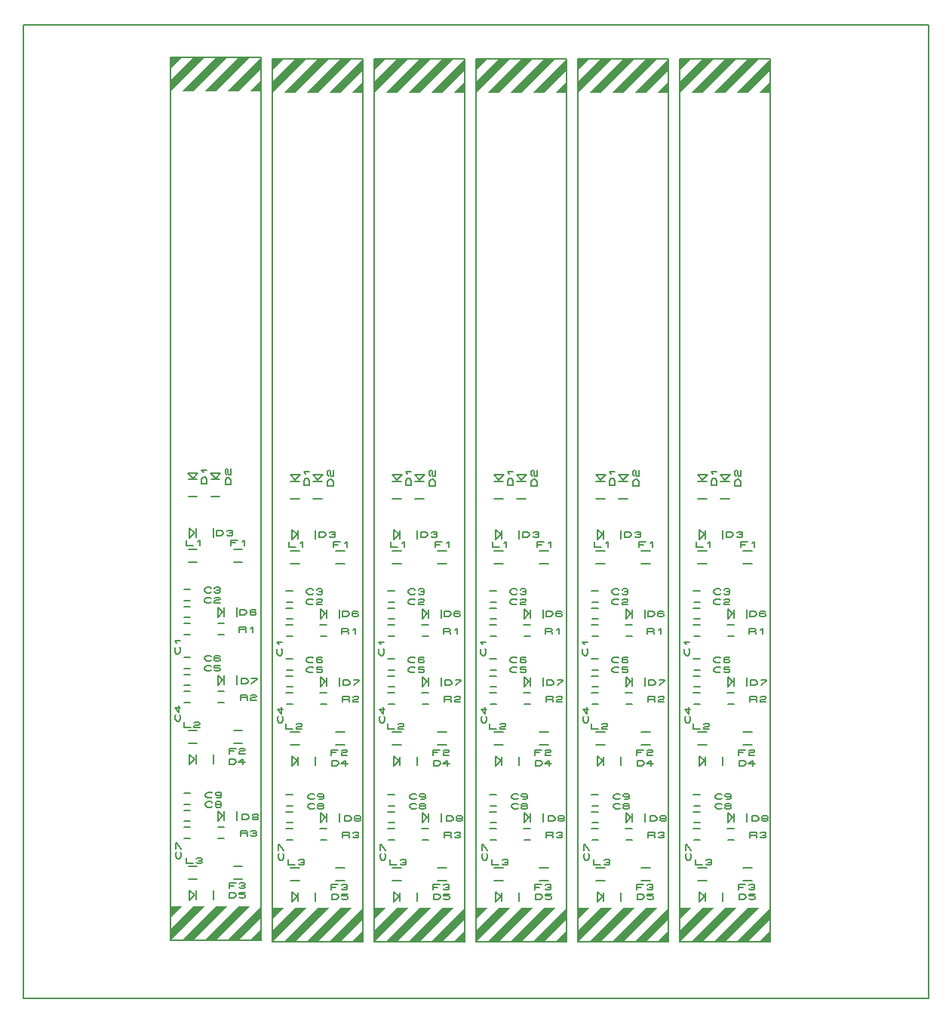
<source format=gto>
G04 PROTEUS RS274X GERBER FILE*
%FSLAX45Y45*%
%MOMM*%
G01*
%ADD13C,0.203200*%
G36*
X-3435294Y+7130412D02*
X-3435294Y+7257412D01*
X-3308294Y+7257412D01*
X-3435294Y+7130412D01*
G37*
G36*
X-3435294Y+7003412D02*
X-3181294Y+7257412D01*
X-3054294Y+7257412D01*
X-3435294Y+6876412D01*
X-3435294Y+7003412D01*
G37*
G36*
X-3308294Y+6876412D02*
X-2927294Y+7257412D01*
X-2800294Y+7257412D01*
X-3181294Y+6876412D01*
X-3308294Y+6876412D01*
G37*
G36*
X-2419294Y+7003412D02*
X-2419294Y+6876412D01*
X-2546294Y+6876412D01*
X-2419294Y+7003412D01*
G37*
G36*
X-2419294Y+7130412D02*
X-2673294Y+6876412D01*
X-2800294Y+6876412D01*
X-2419294Y+7257412D01*
X-2419294Y+7130412D01*
G37*
G36*
X-2546294Y+7257412D02*
X-2927294Y+6876412D01*
X-3054294Y+6876412D01*
X-2673294Y+7257412D01*
X-2546294Y+7257412D01*
G37*
G36*
X-3435294Y-2394588D02*
X-3435294Y-2267588D01*
X-3308294Y-2267588D01*
X-3435294Y-2394588D01*
G37*
G36*
X-3435294Y-2521588D02*
X-3181294Y-2267588D01*
X-3054294Y-2267588D01*
X-3435294Y-2648588D01*
X-3435294Y-2521588D01*
G37*
G36*
X-3308294Y-2648588D02*
X-2927294Y-2267588D01*
X-2800294Y-2267588D01*
X-3181294Y-2648588D01*
X-3308294Y-2648588D01*
G37*
G36*
X-2419294Y-2521588D02*
X-2419294Y-2648588D01*
X-2546294Y-2648588D01*
X-2419294Y-2521588D01*
G37*
G36*
X-2419294Y-2394588D02*
X-2673294Y-2648588D01*
X-2800294Y-2648588D01*
X-2419294Y-2267588D01*
X-2419294Y-2394588D01*
G37*
G36*
X-2546294Y-2267588D02*
X-2927294Y-2648588D01*
X-3054294Y-2648588D01*
X-2673294Y-2267588D01*
X-2546294Y-2267588D01*
G37*
G36*
X-2286000Y+7112000D02*
X-2286000Y+7239000D01*
X-2159000Y+7239000D01*
X-2286000Y+7112000D01*
G37*
G36*
X-2286000Y+6985000D02*
X-2032000Y+7239000D01*
X-1905000Y+7239000D01*
X-2286000Y+6858000D01*
X-2286000Y+6985000D01*
G37*
G36*
X-2159000Y+6858000D02*
X-1778000Y+7239000D01*
X-1651000Y+7239000D01*
X-2032000Y+6858000D01*
X-2159000Y+6858000D01*
G37*
G36*
X-1270000Y+6985000D02*
X-1270000Y+6858000D01*
X-1397000Y+6858000D01*
X-1270000Y+6985000D01*
G37*
G36*
X-1270000Y+7112000D02*
X-1524000Y+6858000D01*
X-1651000Y+6858000D01*
X-1270000Y+7239000D01*
X-1270000Y+7112000D01*
G37*
G36*
X-1397000Y+7239000D02*
X-1778000Y+6858000D01*
X-1905000Y+6858000D01*
X-1524000Y+7239000D01*
X-1397000Y+7239000D01*
G37*
G36*
X-2286000Y-2413000D02*
X-2286000Y-2286000D01*
X-2159000Y-2286000D01*
X-2286000Y-2413000D01*
G37*
G36*
X-2286000Y-2540000D02*
X-2032000Y-2286000D01*
X-1905000Y-2286000D01*
X-2286000Y-2667000D01*
X-2286000Y-2540000D01*
G37*
G36*
X-2159000Y-2667000D02*
X-1778000Y-2286000D01*
X-1651000Y-2286000D01*
X-2032000Y-2667000D01*
X-2159000Y-2667000D01*
G37*
G36*
X-1270000Y-2540000D02*
X-1270000Y-2667000D01*
X-1397000Y-2667000D01*
X-1270000Y-2540000D01*
G37*
G36*
X-1270000Y-2413000D02*
X-1524000Y-2667000D01*
X-1651000Y-2667000D01*
X-1270000Y-2286000D01*
X-1270000Y-2413000D01*
G37*
G36*
X-1397000Y-2286000D02*
X-1778000Y-2667000D01*
X-1905000Y-2667000D01*
X-1524000Y-2286000D01*
X-1397000Y-2286000D01*
G37*
G36*
X-1143000Y+7112000D02*
X-1143000Y+7239000D01*
X-1016000Y+7239000D01*
X-1143000Y+7112000D01*
G37*
G36*
X-1143000Y+6985000D02*
X-889000Y+7239000D01*
X-762000Y+7239000D01*
X-1143000Y+6858000D01*
X-1143000Y+6985000D01*
G37*
G36*
X-1016000Y+6858000D02*
X-635000Y+7239000D01*
X-508000Y+7239000D01*
X-889000Y+6858000D01*
X-1016000Y+6858000D01*
G37*
G36*
X-127000Y+6985000D02*
X-127000Y+6858000D01*
X-254000Y+6858000D01*
X-127000Y+6985000D01*
G37*
G36*
X-127000Y+7112000D02*
X-381000Y+6858000D01*
X-508000Y+6858000D01*
X-127000Y+7239000D01*
X-127000Y+7112000D01*
G37*
G36*
X-254000Y+7239000D02*
X-635000Y+6858000D01*
X-762000Y+6858000D01*
X-381000Y+7239000D01*
X-254000Y+7239000D01*
G37*
G36*
X-1143000Y-2413000D02*
X-1143000Y-2286000D01*
X-1016000Y-2286000D01*
X-1143000Y-2413000D01*
G37*
G36*
X-1143000Y-2540000D02*
X-889000Y-2286000D01*
X-762000Y-2286000D01*
X-1143000Y-2667000D01*
X-1143000Y-2540000D01*
G37*
G36*
X-1016000Y-2667000D02*
X-635000Y-2286000D01*
X-508000Y-2286000D01*
X-889000Y-2667000D01*
X-1016000Y-2667000D01*
G37*
G36*
X-127000Y-2540000D02*
X-127000Y-2667000D01*
X-254000Y-2667000D01*
X-127000Y-2540000D01*
G37*
G36*
X-127000Y-2413000D02*
X-381000Y-2667000D01*
X-508000Y-2667000D01*
X-127000Y-2286000D01*
X-127000Y-2413000D01*
G37*
G36*
X-254000Y-2286000D02*
X-635000Y-2667000D01*
X-762000Y-2667000D01*
X-381000Y-2286000D01*
X-254000Y-2286000D01*
G37*
G36*
X+0Y+7112000D02*
X+0Y+7239000D01*
X+127000Y+7239000D01*
X+0Y+7112000D01*
G37*
G36*
X+0Y+6985000D02*
X+254000Y+7239000D01*
X+381000Y+7239000D01*
X+0Y+6858000D01*
X+0Y+6985000D01*
G37*
G36*
X+127000Y+6858000D02*
X+508000Y+7239000D01*
X+635000Y+7239000D01*
X+254000Y+6858000D01*
X+127000Y+6858000D01*
G37*
G36*
X+1016000Y+6985000D02*
X+1016000Y+6858000D01*
X+889000Y+6858000D01*
X+1016000Y+6985000D01*
G37*
G36*
X+1016000Y+7112000D02*
X+762000Y+6858000D01*
X+635000Y+6858000D01*
X+1016000Y+7239000D01*
X+1016000Y+7112000D01*
G37*
G36*
X+889000Y+7239000D02*
X+508000Y+6858000D01*
X+381000Y+6858000D01*
X+762000Y+7239000D01*
X+889000Y+7239000D01*
G37*
G36*
X+0Y-2413000D02*
X+0Y-2286000D01*
X+127000Y-2286000D01*
X+0Y-2413000D01*
G37*
G36*
X+0Y-2540000D02*
X+254000Y-2286000D01*
X+381000Y-2286000D01*
X+0Y-2667000D01*
X+0Y-2540000D01*
G37*
G36*
X+127000Y-2667000D02*
X+508000Y-2286000D01*
X+635000Y-2286000D01*
X+254000Y-2667000D01*
X+127000Y-2667000D01*
G37*
G36*
X+1016000Y-2540000D02*
X+1016000Y-2667000D01*
X+889000Y-2667000D01*
X+1016000Y-2540000D01*
G37*
G36*
X+1016000Y-2413000D02*
X+762000Y-2667000D01*
X+635000Y-2667000D01*
X+1016000Y-2286000D01*
X+1016000Y-2413000D01*
G37*
G36*
X+889000Y-2286000D02*
X+508000Y-2667000D01*
X+381000Y-2667000D01*
X+762000Y-2286000D01*
X+889000Y-2286000D01*
G37*
G36*
X+1143000Y+7112000D02*
X+1143000Y+7239000D01*
X+1270000Y+7239000D01*
X+1143000Y+7112000D01*
G37*
G36*
X+1143000Y+6985000D02*
X+1397000Y+7239000D01*
X+1524000Y+7239000D01*
X+1143000Y+6858000D01*
X+1143000Y+6985000D01*
G37*
G36*
X+1270000Y+6858000D02*
X+1651000Y+7239000D01*
X+1778000Y+7239000D01*
X+1397000Y+6858000D01*
X+1270000Y+6858000D01*
G37*
G36*
X+2159000Y+6985000D02*
X+2159000Y+6858000D01*
X+2032000Y+6858000D01*
X+2159000Y+6985000D01*
G37*
G36*
X+2159000Y+7112000D02*
X+1905000Y+6858000D01*
X+1778000Y+6858000D01*
X+2159000Y+7239000D01*
X+2159000Y+7112000D01*
G37*
G36*
X+2032000Y+7239000D02*
X+1651000Y+6858000D01*
X+1524000Y+6858000D01*
X+1905000Y+7239000D01*
X+2032000Y+7239000D01*
G37*
G36*
X+1143000Y-2413000D02*
X+1143000Y-2286000D01*
X+1270000Y-2286000D01*
X+1143000Y-2413000D01*
G37*
G36*
X+1143000Y-2540000D02*
X+1397000Y-2286000D01*
X+1524000Y-2286000D01*
X+1143000Y-2667000D01*
X+1143000Y-2540000D01*
G37*
G36*
X+1270000Y-2667000D02*
X+1651000Y-2286000D01*
X+1778000Y-2286000D01*
X+1397000Y-2667000D01*
X+1270000Y-2667000D01*
G37*
G36*
X+2159000Y-2540000D02*
X+2159000Y-2667000D01*
X+2032000Y-2667000D01*
X+2159000Y-2540000D01*
G37*
G36*
X+2159000Y-2413000D02*
X+1905000Y-2667000D01*
X+1778000Y-2667000D01*
X+2159000Y-2286000D01*
X+2159000Y-2413000D01*
G37*
G36*
X+2032000Y-2286000D02*
X+1651000Y-2667000D01*
X+1524000Y-2667000D01*
X+1905000Y-2286000D01*
X+2032000Y-2286000D01*
G37*
G36*
X+2286000Y+7112000D02*
X+2286000Y+7239000D01*
X+2413000Y+7239000D01*
X+2286000Y+7112000D01*
G37*
G36*
X+2286000Y+6985000D02*
X+2540000Y+7239000D01*
X+2667000Y+7239000D01*
X+2286000Y+6858000D01*
X+2286000Y+6985000D01*
G37*
G36*
X+2413000Y+6858000D02*
X+2794000Y+7239000D01*
X+2921000Y+7239000D01*
X+2540000Y+6858000D01*
X+2413000Y+6858000D01*
G37*
G36*
X+3302000Y+6985000D02*
X+3302000Y+6858000D01*
X+3175000Y+6858000D01*
X+3302000Y+6985000D01*
G37*
G36*
X+3302000Y+7112000D02*
X+3048000Y+6858000D01*
X+2921000Y+6858000D01*
X+3302000Y+7239000D01*
X+3302000Y+7112000D01*
G37*
G36*
X+3175000Y+7239000D02*
X+2794000Y+6858000D01*
X+2667000Y+6858000D01*
X+3048000Y+7239000D01*
X+3175000Y+7239000D01*
G37*
G36*
X+2286000Y-2413000D02*
X+2286000Y-2286000D01*
X+2413000Y-2286000D01*
X+2286000Y-2413000D01*
G37*
G36*
X+2286000Y-2540000D02*
X+2540000Y-2286000D01*
X+2667000Y-2286000D01*
X+2286000Y-2667000D01*
X+2286000Y-2540000D01*
G37*
G36*
X+2413000Y-2667000D02*
X+2794000Y-2286000D01*
X+2921000Y-2286000D01*
X+2540000Y-2667000D01*
X+2413000Y-2667000D01*
G37*
G36*
X+3302000Y-2540000D02*
X+3302000Y-2667000D01*
X+3175000Y-2667000D01*
X+3302000Y-2540000D01*
G37*
G36*
X+3302000Y-2413000D02*
X+3048000Y-2667000D01*
X+2921000Y-2667000D01*
X+3302000Y-2286000D01*
X+3302000Y-2413000D01*
G37*
G36*
X+3175000Y-2286000D02*
X+2794000Y-2667000D01*
X+2667000Y-2667000D01*
X+3048000Y-2286000D01*
X+3175000Y-2286000D01*
G37*
D13*
X-3435294Y-2648588D02*
X-2419294Y-2648588D01*
X-2419294Y+7257412D01*
X-3435294Y+7257412D01*
X-3435294Y-2648588D01*
X-3211774Y+785492D02*
X-3280354Y+785492D01*
X-3211774Y+907412D02*
X-3282894Y+907412D01*
X-3333694Y+640712D02*
X-3323534Y+628012D01*
X-3323534Y+589912D01*
X-3343854Y+564512D01*
X-3364174Y+564512D01*
X-3384494Y+589912D01*
X-3384494Y+628012D01*
X-3374334Y+640712D01*
X-3364174Y+691512D02*
X-3384494Y+716912D01*
X-3323534Y+716912D01*
X-3211774Y+975992D02*
X-3280354Y+975992D01*
X-3211774Y+1097912D02*
X-3282894Y+1097912D01*
X-2978094Y+1148712D02*
X-2990794Y+1138552D01*
X-3028894Y+1138552D01*
X-3054294Y+1158872D01*
X-3054294Y+1179192D01*
X-3028894Y+1199512D01*
X-2990794Y+1199512D01*
X-2978094Y+1189352D01*
X-2939994Y+1189352D02*
X-2927294Y+1199512D01*
X-2889194Y+1199512D01*
X-2876494Y+1189352D01*
X-2876494Y+1179192D01*
X-2889194Y+1169032D01*
X-2927294Y+1169032D01*
X-2939994Y+1158872D01*
X-2939994Y+1138552D01*
X-2876494Y+1138552D01*
X-3211774Y+1166492D02*
X-3280354Y+1166492D01*
X-3211774Y+1288412D02*
X-3282894Y+1288412D01*
X-2978094Y+1263012D02*
X-2990794Y+1252852D01*
X-3028894Y+1252852D01*
X-3054294Y+1273172D01*
X-3054294Y+1293492D01*
X-3028894Y+1313812D01*
X-2990794Y+1313812D01*
X-2978094Y+1303652D01*
X-2939994Y+1303652D02*
X-2927294Y+1313812D01*
X-2889194Y+1313812D01*
X-2876494Y+1303652D01*
X-2876494Y+1293492D01*
X-2889194Y+1283332D01*
X-2876494Y+1273172D01*
X-2876494Y+1263012D01*
X-2889194Y+1252852D01*
X-2927294Y+1252852D01*
X-2939994Y+1263012D01*
X-2914594Y+1283332D02*
X-2889194Y+1283332D01*
X-3211774Y+23492D02*
X-3280354Y+23492D01*
X-3211774Y+145412D02*
X-3282894Y+145412D01*
X-3328614Y-116208D02*
X-3318454Y-128908D01*
X-3318454Y-167008D01*
X-3338774Y-192408D01*
X-3359094Y-192408D01*
X-3379414Y-167008D01*
X-3379414Y-128908D01*
X-3369254Y-116208D01*
X-3338774Y-14608D02*
X-3338774Y-90808D01*
X-3379414Y-40008D01*
X-3318454Y-40008D01*
X-3211774Y+213992D02*
X-3280354Y+213992D01*
X-3211774Y+335912D02*
X-3282894Y+335912D01*
X-2978094Y+384172D02*
X-2990794Y+374012D01*
X-3028894Y+374012D01*
X-3054294Y+394332D01*
X-3054294Y+414652D01*
X-3028894Y+434972D01*
X-2990794Y+434972D01*
X-2978094Y+424812D01*
X-2876494Y+434972D02*
X-2939994Y+434972D01*
X-2939994Y+414652D01*
X-2889194Y+414652D01*
X-2876494Y+404492D01*
X-2876494Y+384172D01*
X-2889194Y+374012D01*
X-2927294Y+374012D01*
X-2939994Y+384172D01*
X-3211774Y+404492D02*
X-3280354Y+404492D01*
X-3211774Y+526412D02*
X-3282894Y+526412D01*
X-2978094Y+498472D02*
X-2990794Y+488312D01*
X-3028894Y+488312D01*
X-3054294Y+508632D01*
X-3054294Y+528952D01*
X-3028894Y+549272D01*
X-2990794Y+549272D01*
X-2978094Y+539112D01*
X-2876494Y+539112D02*
X-2889194Y+549272D01*
X-2927294Y+549272D01*
X-2939994Y+539112D01*
X-2939994Y+498472D01*
X-2927294Y+488312D01*
X-2889194Y+488312D01*
X-2876494Y+498472D01*
X-2876494Y+508632D01*
X-2889194Y+518792D01*
X-2939994Y+518792D01*
X-3211774Y-1500508D02*
X-3280354Y-1500508D01*
X-3211774Y-1378588D02*
X-3282894Y-1378588D01*
X-3320994Y-1657988D02*
X-3310834Y-1670688D01*
X-3310834Y-1708788D01*
X-3331154Y-1734188D01*
X-3351474Y-1734188D01*
X-3371794Y-1708788D01*
X-3371794Y-1670688D01*
X-3361634Y-1657988D01*
X-3371794Y-1619888D02*
X-3371794Y-1556388D01*
X-3361634Y-1556388D01*
X-3310834Y-1619888D01*
X-3211774Y-1310008D02*
X-3280354Y-1310008D01*
X-3211774Y-1188088D02*
X-3282894Y-1188088D01*
X-2965394Y-1142369D02*
X-2978094Y-1152529D01*
X-3016194Y-1152529D01*
X-3041594Y-1132209D01*
X-3041594Y-1111889D01*
X-3016194Y-1091569D01*
X-2978094Y-1091569D01*
X-2965394Y-1101729D01*
X-2914594Y-1122049D02*
X-2927294Y-1111889D01*
X-2927294Y-1101729D01*
X-2914594Y-1091569D01*
X-2876494Y-1091569D01*
X-2863794Y-1101729D01*
X-2863794Y-1111889D01*
X-2876494Y-1122049D01*
X-2914594Y-1122049D01*
X-2927294Y-1132209D01*
X-2927294Y-1142369D01*
X-2914594Y-1152529D01*
X-2876494Y-1152529D01*
X-2863794Y-1142369D01*
X-2863794Y-1132209D01*
X-2876494Y-1122049D01*
X-3211774Y-1119508D02*
X-3280354Y-1119508D01*
X-3211774Y-997588D02*
X-3282894Y-997588D01*
X-2965394Y-1038228D02*
X-2978094Y-1048388D01*
X-3016194Y-1048388D01*
X-3041594Y-1028068D01*
X-3041594Y-1007748D01*
X-3016194Y-987428D01*
X-2978094Y-987428D01*
X-2965394Y-997588D01*
X-2863794Y-1007748D02*
X-2876494Y-1017908D01*
X-2914594Y-1017908D01*
X-2927294Y-1007748D01*
X-2927294Y-997588D01*
X-2914594Y-987428D01*
X-2876494Y-987428D01*
X-2863794Y-997588D01*
X-2863794Y-1038228D01*
X-2876494Y-1048388D01*
X-2914594Y-1048388D01*
X-3131294Y+2328412D02*
X-3231294Y+2328412D01*
X-3131294Y+2523412D02*
X-3231294Y+2523412D01*
X-3181294Y+2538412D02*
X-3236294Y+2593412D01*
X-3126294Y+2593412D01*
X-3181294Y+2538412D01*
X-3022154Y+2478972D02*
X-3083114Y+2478972D01*
X-3083114Y+2529772D01*
X-3062794Y+2555172D01*
X-3042474Y+2555172D01*
X-3022154Y+2529772D01*
X-3022154Y+2478972D01*
X-3062794Y+2605972D02*
X-3083114Y+2631372D01*
X-3022154Y+2631372D01*
X-2877294Y+2328412D02*
X-2977294Y+2328412D01*
X-2877294Y+2523412D02*
X-2977294Y+2523412D01*
X-2927294Y+2538412D02*
X-2982294Y+2593412D01*
X-2872294Y+2593412D01*
X-2927294Y+2538412D01*
X-2755454Y+2466272D02*
X-2816414Y+2466272D01*
X-2816414Y+2517072D01*
X-2796094Y+2542472D01*
X-2775774Y+2542472D01*
X-2755454Y+2517072D01*
X-2755454Y+2466272D01*
X-2806254Y+2580572D02*
X-2816414Y+2593272D01*
X-2816414Y+2631372D01*
X-2806254Y+2644072D01*
X-2796094Y+2644072D01*
X-2785934Y+2631372D01*
X-2785934Y+2593272D01*
X-2775774Y+2580572D01*
X-2755454Y+2580572D01*
X-2755454Y+2644072D01*
X-2951294Y+1973412D02*
X-2951294Y+1873412D01*
X-3146294Y+1973412D02*
X-3146294Y+1873412D01*
X-3161294Y+1923412D02*
X-3216294Y+1868412D01*
X-3216294Y+1978412D01*
X-3161294Y+1923412D01*
X-2911354Y+1894592D02*
X-2911354Y+1955552D01*
X-2860554Y+1955552D01*
X-2835154Y+1935232D01*
X-2835154Y+1914912D01*
X-2860554Y+1894592D01*
X-2911354Y+1894592D01*
X-2797054Y+1945392D02*
X-2784354Y+1955552D01*
X-2746254Y+1955552D01*
X-2733554Y+1945392D01*
X-2733554Y+1935232D01*
X-2746254Y+1925072D01*
X-2733554Y+1914912D01*
X-2733554Y+1904752D01*
X-2746254Y+1894592D01*
X-2784354Y+1894592D01*
X-2797054Y+1904752D01*
X-2771654Y+1925072D02*
X-2746254Y+1925072D01*
X-2951294Y-566588D02*
X-2951294Y-666588D01*
X-3146294Y-566588D02*
X-3146294Y-666588D01*
X-3161294Y-616588D02*
X-3216294Y-671588D01*
X-3216294Y-561588D01*
X-3161294Y-616588D01*
X-2771654Y-670808D02*
X-2771654Y-609848D01*
X-2720854Y-609848D01*
X-2695454Y-630168D01*
X-2695454Y-650488D01*
X-2720854Y-670808D01*
X-2771654Y-670808D01*
X-2593854Y-650488D02*
X-2670054Y-650488D01*
X-2619254Y-609848D01*
X-2619254Y-670808D01*
X-2951294Y-2090588D02*
X-2951294Y-2190588D01*
X-3146294Y-2090588D02*
X-3146294Y-2190588D01*
X-3161294Y-2140588D02*
X-3216294Y-2195588D01*
X-3216294Y-2085588D01*
X-3161294Y-2140588D01*
X-2771654Y-2169408D02*
X-2771654Y-2108448D01*
X-2720854Y-2108448D01*
X-2695454Y-2128768D01*
X-2695454Y-2149088D01*
X-2720854Y-2169408D01*
X-2771654Y-2169408D01*
X-2593854Y-2108448D02*
X-2657354Y-2108448D01*
X-2657354Y-2128768D01*
X-2606554Y-2128768D01*
X-2593854Y-2138928D01*
X-2593854Y-2159248D01*
X-2606554Y-2169408D01*
X-2644654Y-2169408D01*
X-2657354Y-2159248D01*
X-3231294Y+1741312D02*
X-3131294Y+1741312D01*
X-3231294Y+1597512D02*
X-3131294Y+1597512D01*
X-3252157Y+1845452D02*
X-3252157Y+1784492D01*
X-3175957Y+1784492D01*
X-3125157Y+1825132D02*
X-3099757Y+1845452D01*
X-3099757Y+1784492D01*
X-3231294Y-290688D02*
X-3131294Y-290688D01*
X-3231294Y-434488D02*
X-3131294Y-434488D01*
X-3282894Y-199248D02*
X-3282894Y-260208D01*
X-3206694Y-260208D01*
X-3168594Y-209408D02*
X-3155894Y-199248D01*
X-3117794Y-199248D01*
X-3105094Y-209408D01*
X-3105094Y-219568D01*
X-3117794Y-229728D01*
X-3155894Y-229728D01*
X-3168594Y-239888D01*
X-3168594Y-260208D01*
X-3105094Y-260208D01*
X-3231294Y-1814688D02*
X-3131294Y-1814688D01*
X-3231294Y-1958488D02*
X-3131294Y-1958488D01*
X-3257494Y-1723248D02*
X-3257494Y-1784208D01*
X-3181294Y-1784208D01*
X-3143194Y-1733408D02*
X-3130494Y-1723248D01*
X-3092394Y-1723248D01*
X-3079694Y-1733408D01*
X-3079694Y-1743568D01*
X-3092394Y-1753728D01*
X-3079694Y-1763888D01*
X-3079694Y-1774048D01*
X-3092394Y-1784208D01*
X-3130494Y-1784208D01*
X-3143194Y-1774048D01*
X-3117794Y-1753728D02*
X-3092394Y-1753728D01*
X-2723294Y+1741312D02*
X-2623294Y+1741312D01*
X-2723294Y+1597512D02*
X-2623294Y+1597512D01*
X-2755842Y+1782687D02*
X-2755842Y+1843647D01*
X-2679642Y+1843647D01*
X-2755842Y+1813167D02*
X-2705042Y+1813167D01*
X-2628842Y+1823327D02*
X-2603442Y+1843647D01*
X-2603442Y+1782687D01*
X-2723294Y-290688D02*
X-2623294Y-290688D01*
X-2723294Y-434488D02*
X-2623294Y-434488D01*
X-2774894Y-552308D02*
X-2774894Y-491348D01*
X-2698694Y-491348D01*
X-2774894Y-521828D02*
X-2724094Y-521828D01*
X-2660594Y-501508D02*
X-2647894Y-491348D01*
X-2609794Y-491348D01*
X-2597094Y-501508D01*
X-2597094Y-511668D01*
X-2609794Y-521828D01*
X-2647894Y-521828D01*
X-2660594Y-531988D01*
X-2660594Y-552308D01*
X-2597094Y-552308D01*
X-2723294Y-1814688D02*
X-2623294Y-1814688D01*
X-2723294Y-1958488D02*
X-2623294Y-1958488D01*
X-2774894Y-2063608D02*
X-2774894Y-2002648D01*
X-2698694Y-2002648D01*
X-2774894Y-2033128D02*
X-2724094Y-2033128D01*
X-2660594Y-2012808D02*
X-2647894Y-2002648D01*
X-2609794Y-2002648D01*
X-2597094Y-2012808D01*
X-2597094Y-2022968D01*
X-2609794Y-2033128D01*
X-2597094Y-2043288D01*
X-2597094Y-2053448D01*
X-2609794Y-2063608D01*
X-2647894Y-2063608D01*
X-2660594Y-2053448D01*
X-2635194Y-2033128D02*
X-2609794Y-2033128D01*
X-2830774Y+23492D02*
X-2899354Y+23492D01*
X-2830774Y+145412D02*
X-2901894Y+145412D01*
X-2647894Y+45572D02*
X-2647894Y+106532D01*
X-2584394Y+106532D01*
X-2571694Y+96372D01*
X-2571694Y+86212D01*
X-2584394Y+76052D01*
X-2647894Y+76052D01*
X-2584394Y+76052D02*
X-2571694Y+65892D01*
X-2571694Y+45572D01*
X-2533594Y+96372D02*
X-2520894Y+106532D01*
X-2482794Y+106532D01*
X-2470094Y+96372D01*
X-2470094Y+86212D01*
X-2482794Y+76052D01*
X-2520894Y+76052D01*
X-2533594Y+65892D01*
X-2533594Y+45572D01*
X-2470094Y+45572D01*
X-2683794Y+1084412D02*
X-2683794Y+984412D01*
X-2828794Y+1084412D02*
X-2828794Y+984412D01*
X-2843794Y+1034412D02*
X-2898794Y+979412D01*
X-2898794Y+1089412D01*
X-2843794Y+1034412D01*
X-2650604Y+1005592D02*
X-2650604Y+1066552D01*
X-2599804Y+1066552D01*
X-2574404Y+1046232D01*
X-2574404Y+1025912D01*
X-2599804Y+1005592D01*
X-2650604Y+1005592D01*
X-2472804Y+1056392D02*
X-2485504Y+1066552D01*
X-2523604Y+1066552D01*
X-2536304Y+1056392D01*
X-2536304Y+1015752D01*
X-2523604Y+1005592D01*
X-2485504Y+1005592D01*
X-2472804Y+1015752D01*
X-2472804Y+1025912D01*
X-2485504Y+1036072D01*
X-2536304Y+1036072D01*
X-2683794Y+322412D02*
X-2683794Y+222412D01*
X-2828794Y+322412D02*
X-2828794Y+222412D01*
X-2843794Y+272412D02*
X-2898794Y+217412D01*
X-2898794Y+327412D01*
X-2843794Y+272412D01*
X-2637904Y+230892D02*
X-2637904Y+291852D01*
X-2587104Y+291852D01*
X-2561704Y+271532D01*
X-2561704Y+251212D01*
X-2587104Y+230892D01*
X-2637904Y+230892D01*
X-2523604Y+291852D02*
X-2460104Y+291852D01*
X-2460104Y+281692D01*
X-2523604Y+230892D01*
X-2683794Y-1201588D02*
X-2683794Y-1301588D01*
X-2828794Y-1201588D02*
X-2828794Y-1301588D01*
X-2843794Y-1251588D02*
X-2898794Y-1306588D01*
X-2898794Y-1196588D01*
X-2843794Y-1251588D01*
X-2625204Y-1293108D02*
X-2625204Y-1232148D01*
X-2574404Y-1232148D01*
X-2549004Y-1252468D01*
X-2549004Y-1272788D01*
X-2574404Y-1293108D01*
X-2625204Y-1293108D01*
X-2498204Y-1262628D02*
X-2510904Y-1252468D01*
X-2510904Y-1242308D01*
X-2498204Y-1232148D01*
X-2460104Y-1232148D01*
X-2447404Y-1242308D01*
X-2447404Y-1252468D01*
X-2460104Y-1262628D01*
X-2498204Y-1262628D01*
X-2510904Y-1272788D01*
X-2510904Y-1282948D01*
X-2498204Y-1293108D01*
X-2460104Y-1293108D01*
X-2447404Y-1282948D01*
X-2447404Y-1272788D01*
X-2460104Y-1262628D01*
X-2830774Y-1500508D02*
X-2899354Y-1500508D01*
X-2830774Y-1378588D02*
X-2901894Y-1378588D01*
X-2647894Y-1478428D02*
X-2647894Y-1417468D01*
X-2584394Y-1417468D01*
X-2571694Y-1427628D01*
X-2571694Y-1437788D01*
X-2584394Y-1447948D01*
X-2647894Y-1447948D01*
X-2584394Y-1447948D02*
X-2571694Y-1458108D01*
X-2571694Y-1478428D01*
X-2533594Y-1427628D02*
X-2520894Y-1417468D01*
X-2482794Y-1417468D01*
X-2470094Y-1427628D01*
X-2470094Y-1437788D01*
X-2482794Y-1447948D01*
X-2470094Y-1458108D01*
X-2470094Y-1468268D01*
X-2482794Y-1478428D01*
X-2520894Y-1478428D01*
X-2533594Y-1468268D01*
X-2508194Y-1447948D02*
X-2482794Y-1447948D01*
X-2830774Y+785492D02*
X-2899354Y+785492D01*
X-2830774Y+907412D02*
X-2901894Y+907412D01*
X-2660594Y+807572D02*
X-2660594Y+868532D01*
X-2597094Y+868532D01*
X-2584394Y+858372D01*
X-2584394Y+848212D01*
X-2597094Y+838052D01*
X-2660594Y+838052D01*
X-2597094Y+838052D02*
X-2584394Y+827892D01*
X-2584394Y+807572D01*
X-2533594Y+848212D02*
X-2508194Y+868532D01*
X-2508194Y+807572D01*
X-2508194Y+807572D01*
X-2286000Y-2667000D02*
X-1270000Y-2667000D01*
X-1270000Y+7239000D01*
X-2286000Y+7239000D01*
X-2286000Y-2667000D01*
X-2062480Y+767080D02*
X-2131060Y+767080D01*
X-2062480Y+889000D02*
X-2133600Y+889000D01*
X-2184400Y+622300D02*
X-2174240Y+609600D01*
X-2174240Y+571500D01*
X-2194560Y+546100D01*
X-2214880Y+546100D01*
X-2235200Y+571500D01*
X-2235200Y+609600D01*
X-2225040Y+622300D01*
X-2214880Y+673100D02*
X-2235200Y+698500D01*
X-2174240Y+698500D01*
X-2062480Y+957580D02*
X-2131060Y+957580D01*
X-2062480Y+1079500D02*
X-2133600Y+1079500D01*
X-1828800Y+1130300D02*
X-1841500Y+1120140D01*
X-1879600Y+1120140D01*
X-1905000Y+1140460D01*
X-1905000Y+1160780D01*
X-1879600Y+1181100D01*
X-1841500Y+1181100D01*
X-1828800Y+1170940D01*
X-1790700Y+1170940D02*
X-1778000Y+1181100D01*
X-1739900Y+1181100D01*
X-1727200Y+1170940D01*
X-1727200Y+1160780D01*
X-1739900Y+1150620D01*
X-1778000Y+1150620D01*
X-1790700Y+1140460D01*
X-1790700Y+1120140D01*
X-1727200Y+1120140D01*
X-2062480Y+1148080D02*
X-2131060Y+1148080D01*
X-2062480Y+1270000D02*
X-2133600Y+1270000D01*
X-1828800Y+1244600D02*
X-1841500Y+1234440D01*
X-1879600Y+1234440D01*
X-1905000Y+1254760D01*
X-1905000Y+1275080D01*
X-1879600Y+1295400D01*
X-1841500Y+1295400D01*
X-1828800Y+1285240D01*
X-1790700Y+1285240D02*
X-1778000Y+1295400D01*
X-1739900Y+1295400D01*
X-1727200Y+1285240D01*
X-1727200Y+1275080D01*
X-1739900Y+1264920D01*
X-1727200Y+1254760D01*
X-1727200Y+1244600D01*
X-1739900Y+1234440D01*
X-1778000Y+1234440D01*
X-1790700Y+1244600D01*
X-1765300Y+1264920D02*
X-1739900Y+1264920D01*
X-2062480Y+5080D02*
X-2131060Y+5080D01*
X-2062480Y+127000D02*
X-2133600Y+127000D01*
X-2179320Y-134620D02*
X-2169160Y-147320D01*
X-2169160Y-185420D01*
X-2189480Y-210820D01*
X-2209800Y-210820D01*
X-2230120Y-185420D01*
X-2230120Y-147320D01*
X-2219960Y-134620D01*
X-2189480Y-33020D02*
X-2189480Y-109220D01*
X-2230120Y-58420D01*
X-2169160Y-58420D01*
X-2062480Y+195580D02*
X-2131060Y+195580D01*
X-2062480Y+317500D02*
X-2133600Y+317500D01*
X-1828800Y+365760D02*
X-1841500Y+355600D01*
X-1879600Y+355600D01*
X-1905000Y+375920D01*
X-1905000Y+396240D01*
X-1879600Y+416560D01*
X-1841500Y+416560D01*
X-1828800Y+406400D01*
X-1727200Y+416560D02*
X-1790700Y+416560D01*
X-1790700Y+396240D01*
X-1739900Y+396240D01*
X-1727200Y+386080D01*
X-1727200Y+365760D01*
X-1739900Y+355600D01*
X-1778000Y+355600D01*
X-1790700Y+365760D01*
X-2062480Y+386080D02*
X-2131060Y+386080D01*
X-2062480Y+508000D02*
X-2133600Y+508000D01*
X-1828800Y+480060D02*
X-1841500Y+469900D01*
X-1879600Y+469900D01*
X-1905000Y+490220D01*
X-1905000Y+510540D01*
X-1879600Y+530860D01*
X-1841500Y+530860D01*
X-1828800Y+520700D01*
X-1727200Y+520700D02*
X-1739900Y+530860D01*
X-1778000Y+530860D01*
X-1790700Y+520700D01*
X-1790700Y+480060D01*
X-1778000Y+469900D01*
X-1739900Y+469900D01*
X-1727200Y+480060D01*
X-1727200Y+490220D01*
X-1739900Y+500380D01*
X-1790700Y+500380D01*
X-2062480Y-1518920D02*
X-2131060Y-1518920D01*
X-2062480Y-1397000D02*
X-2133600Y-1397000D01*
X-2171700Y-1676400D02*
X-2161540Y-1689100D01*
X-2161540Y-1727200D01*
X-2181860Y-1752600D01*
X-2202180Y-1752600D01*
X-2222500Y-1727200D01*
X-2222500Y-1689100D01*
X-2212340Y-1676400D01*
X-2222500Y-1638300D02*
X-2222500Y-1574800D01*
X-2212340Y-1574800D01*
X-2161540Y-1638300D01*
X-2062480Y-1328420D02*
X-2131060Y-1328420D01*
X-2062480Y-1206500D02*
X-2133600Y-1206500D01*
X-1816100Y-1160781D02*
X-1828800Y-1170941D01*
X-1866900Y-1170941D01*
X-1892300Y-1150621D01*
X-1892300Y-1130301D01*
X-1866900Y-1109981D01*
X-1828800Y-1109981D01*
X-1816100Y-1120141D01*
X-1765300Y-1140461D02*
X-1778000Y-1130301D01*
X-1778000Y-1120141D01*
X-1765300Y-1109981D01*
X-1727200Y-1109981D01*
X-1714500Y-1120141D01*
X-1714500Y-1130301D01*
X-1727200Y-1140461D01*
X-1765300Y-1140461D01*
X-1778000Y-1150621D01*
X-1778000Y-1160781D01*
X-1765300Y-1170941D01*
X-1727200Y-1170941D01*
X-1714500Y-1160781D01*
X-1714500Y-1150621D01*
X-1727200Y-1140461D01*
X-2062480Y-1137920D02*
X-2131060Y-1137920D01*
X-2062480Y-1016000D02*
X-2133600Y-1016000D01*
X-1816100Y-1056640D02*
X-1828800Y-1066800D01*
X-1866900Y-1066800D01*
X-1892300Y-1046480D01*
X-1892300Y-1026160D01*
X-1866900Y-1005840D01*
X-1828800Y-1005840D01*
X-1816100Y-1016000D01*
X-1714500Y-1026160D02*
X-1727200Y-1036320D01*
X-1765300Y-1036320D01*
X-1778000Y-1026160D01*
X-1778000Y-1016000D01*
X-1765300Y-1005840D01*
X-1727200Y-1005840D01*
X-1714500Y-1016000D01*
X-1714500Y-1056640D01*
X-1727200Y-1066800D01*
X-1765300Y-1066800D01*
X-1982000Y+2310000D02*
X-2082000Y+2310000D01*
X-1982000Y+2505000D02*
X-2082000Y+2505000D01*
X-2032000Y+2520000D02*
X-2087000Y+2575000D01*
X-1977000Y+2575000D01*
X-2032000Y+2520000D01*
X-1872860Y+2460560D02*
X-1933820Y+2460560D01*
X-1933820Y+2511360D01*
X-1913500Y+2536760D01*
X-1893180Y+2536760D01*
X-1872860Y+2511360D01*
X-1872860Y+2460560D01*
X-1913500Y+2587560D02*
X-1933820Y+2612960D01*
X-1872860Y+2612960D01*
X-1728000Y+2310000D02*
X-1828000Y+2310000D01*
X-1728000Y+2505000D02*
X-1828000Y+2505000D01*
X-1778000Y+2520000D02*
X-1833000Y+2575000D01*
X-1723000Y+2575000D01*
X-1778000Y+2520000D01*
X-1606160Y+2447860D02*
X-1667120Y+2447860D01*
X-1667120Y+2498660D01*
X-1646800Y+2524060D01*
X-1626480Y+2524060D01*
X-1606160Y+2498660D01*
X-1606160Y+2447860D01*
X-1656960Y+2562160D02*
X-1667120Y+2574860D01*
X-1667120Y+2612960D01*
X-1656960Y+2625660D01*
X-1646800Y+2625660D01*
X-1636640Y+2612960D01*
X-1636640Y+2574860D01*
X-1626480Y+2562160D01*
X-1606160Y+2562160D01*
X-1606160Y+2625660D01*
X-1802000Y+1955000D02*
X-1802000Y+1855000D01*
X-1997000Y+1955000D02*
X-1997000Y+1855000D01*
X-2012000Y+1905000D02*
X-2067000Y+1850000D01*
X-2067000Y+1960000D01*
X-2012000Y+1905000D01*
X-1762060Y+1876180D02*
X-1762060Y+1937140D01*
X-1711260Y+1937140D01*
X-1685860Y+1916820D01*
X-1685860Y+1896500D01*
X-1711260Y+1876180D01*
X-1762060Y+1876180D01*
X-1647760Y+1926980D02*
X-1635060Y+1937140D01*
X-1596960Y+1937140D01*
X-1584260Y+1926980D01*
X-1584260Y+1916820D01*
X-1596960Y+1906660D01*
X-1584260Y+1896500D01*
X-1584260Y+1886340D01*
X-1596960Y+1876180D01*
X-1635060Y+1876180D01*
X-1647760Y+1886340D01*
X-1622360Y+1906660D02*
X-1596960Y+1906660D01*
X-1802000Y-585000D02*
X-1802000Y-685000D01*
X-1997000Y-585000D02*
X-1997000Y-685000D01*
X-2012000Y-635000D02*
X-2067000Y-690000D01*
X-2067000Y-580000D01*
X-2012000Y-635000D01*
X-1622360Y-689220D02*
X-1622360Y-628260D01*
X-1571560Y-628260D01*
X-1546160Y-648580D01*
X-1546160Y-668900D01*
X-1571560Y-689220D01*
X-1622360Y-689220D01*
X-1444560Y-668900D02*
X-1520760Y-668900D01*
X-1469960Y-628260D01*
X-1469960Y-689220D01*
X-1802000Y-2109000D02*
X-1802000Y-2209000D01*
X-1997000Y-2109000D02*
X-1997000Y-2209000D01*
X-2012000Y-2159000D02*
X-2067000Y-2214000D01*
X-2067000Y-2104000D01*
X-2012000Y-2159000D01*
X-1622360Y-2187820D02*
X-1622360Y-2126860D01*
X-1571560Y-2126860D01*
X-1546160Y-2147180D01*
X-1546160Y-2167500D01*
X-1571560Y-2187820D01*
X-1622360Y-2187820D01*
X-1444560Y-2126860D02*
X-1508060Y-2126860D01*
X-1508060Y-2147180D01*
X-1457260Y-2147180D01*
X-1444560Y-2157340D01*
X-1444560Y-2177660D01*
X-1457260Y-2187820D01*
X-1495360Y-2187820D01*
X-1508060Y-2177660D01*
X-2082000Y+1722900D02*
X-1982000Y+1722900D01*
X-2082000Y+1579100D02*
X-1982000Y+1579100D01*
X-2102863Y+1827040D02*
X-2102863Y+1766080D01*
X-2026663Y+1766080D01*
X-1975863Y+1806720D02*
X-1950463Y+1827040D01*
X-1950463Y+1766080D01*
X-2082000Y-309100D02*
X-1982000Y-309100D01*
X-2082000Y-452900D02*
X-1982000Y-452900D01*
X-2133600Y-217660D02*
X-2133600Y-278620D01*
X-2057400Y-278620D01*
X-2019300Y-227820D02*
X-2006600Y-217660D01*
X-1968500Y-217660D01*
X-1955800Y-227820D01*
X-1955800Y-237980D01*
X-1968500Y-248140D01*
X-2006600Y-248140D01*
X-2019300Y-258300D01*
X-2019300Y-278620D01*
X-1955800Y-278620D01*
X-2082000Y-1833100D02*
X-1982000Y-1833100D01*
X-2082000Y-1976900D02*
X-1982000Y-1976900D01*
X-2108200Y-1741660D02*
X-2108200Y-1802620D01*
X-2032000Y-1802620D01*
X-1993900Y-1751820D02*
X-1981200Y-1741660D01*
X-1943100Y-1741660D01*
X-1930400Y-1751820D01*
X-1930400Y-1761980D01*
X-1943100Y-1772140D01*
X-1930400Y-1782300D01*
X-1930400Y-1792460D01*
X-1943100Y-1802620D01*
X-1981200Y-1802620D01*
X-1993900Y-1792460D01*
X-1968500Y-1772140D02*
X-1943100Y-1772140D01*
X-1574000Y+1722900D02*
X-1474000Y+1722900D01*
X-1574000Y+1579100D02*
X-1474000Y+1579100D01*
X-1606548Y+1764275D02*
X-1606548Y+1825235D01*
X-1530348Y+1825235D01*
X-1606548Y+1794755D02*
X-1555748Y+1794755D01*
X-1479548Y+1804915D02*
X-1454148Y+1825235D01*
X-1454148Y+1764275D01*
X-1574000Y-309100D02*
X-1474000Y-309100D01*
X-1574000Y-452900D02*
X-1474000Y-452900D01*
X-1625600Y-570720D02*
X-1625600Y-509760D01*
X-1549400Y-509760D01*
X-1625600Y-540240D02*
X-1574800Y-540240D01*
X-1511300Y-519920D02*
X-1498600Y-509760D01*
X-1460500Y-509760D01*
X-1447800Y-519920D01*
X-1447800Y-530080D01*
X-1460500Y-540240D01*
X-1498600Y-540240D01*
X-1511300Y-550400D01*
X-1511300Y-570720D01*
X-1447800Y-570720D01*
X-1574000Y-1833100D02*
X-1474000Y-1833100D01*
X-1574000Y-1976900D02*
X-1474000Y-1976900D01*
X-1625600Y-2082020D02*
X-1625600Y-2021060D01*
X-1549400Y-2021060D01*
X-1625600Y-2051540D02*
X-1574800Y-2051540D01*
X-1511300Y-2031220D02*
X-1498600Y-2021060D01*
X-1460500Y-2021060D01*
X-1447800Y-2031220D01*
X-1447800Y-2041380D01*
X-1460500Y-2051540D01*
X-1447800Y-2061700D01*
X-1447800Y-2071860D01*
X-1460500Y-2082020D01*
X-1498600Y-2082020D01*
X-1511300Y-2071860D01*
X-1485900Y-2051540D02*
X-1460500Y-2051540D01*
X-1681480Y+5080D02*
X-1750060Y+5080D01*
X-1681480Y+127000D02*
X-1752600Y+127000D01*
X-1498600Y+27160D02*
X-1498600Y+88120D01*
X-1435100Y+88120D01*
X-1422400Y+77960D01*
X-1422400Y+67800D01*
X-1435100Y+57640D01*
X-1498600Y+57640D01*
X-1435100Y+57640D02*
X-1422400Y+47480D01*
X-1422400Y+27160D01*
X-1384300Y+77960D02*
X-1371600Y+88120D01*
X-1333500Y+88120D01*
X-1320800Y+77960D01*
X-1320800Y+67800D01*
X-1333500Y+57640D01*
X-1371600Y+57640D01*
X-1384300Y+47480D01*
X-1384300Y+27160D01*
X-1320800Y+27160D01*
X-1534500Y+1066000D02*
X-1534500Y+966000D01*
X-1679500Y+1066000D02*
X-1679500Y+966000D01*
X-1694500Y+1016000D02*
X-1749500Y+961000D01*
X-1749500Y+1071000D01*
X-1694500Y+1016000D01*
X-1501310Y+987180D02*
X-1501310Y+1048140D01*
X-1450510Y+1048140D01*
X-1425110Y+1027820D01*
X-1425110Y+1007500D01*
X-1450510Y+987180D01*
X-1501310Y+987180D01*
X-1323510Y+1037980D02*
X-1336210Y+1048140D01*
X-1374310Y+1048140D01*
X-1387010Y+1037980D01*
X-1387010Y+997340D01*
X-1374310Y+987180D01*
X-1336210Y+987180D01*
X-1323510Y+997340D01*
X-1323510Y+1007500D01*
X-1336210Y+1017660D01*
X-1387010Y+1017660D01*
X-1534500Y+304000D02*
X-1534500Y+204000D01*
X-1679500Y+304000D02*
X-1679500Y+204000D01*
X-1694500Y+254000D02*
X-1749500Y+199000D01*
X-1749500Y+309000D01*
X-1694500Y+254000D01*
X-1488610Y+212480D02*
X-1488610Y+273440D01*
X-1437810Y+273440D01*
X-1412410Y+253120D01*
X-1412410Y+232800D01*
X-1437810Y+212480D01*
X-1488610Y+212480D01*
X-1374310Y+273440D02*
X-1310810Y+273440D01*
X-1310810Y+263280D01*
X-1374310Y+212480D01*
X-1534500Y-1220000D02*
X-1534500Y-1320000D01*
X-1679500Y-1220000D02*
X-1679500Y-1320000D01*
X-1694500Y-1270000D02*
X-1749500Y-1325000D01*
X-1749500Y-1215000D01*
X-1694500Y-1270000D01*
X-1475910Y-1311520D02*
X-1475910Y-1250560D01*
X-1425110Y-1250560D01*
X-1399710Y-1270880D01*
X-1399710Y-1291200D01*
X-1425110Y-1311520D01*
X-1475910Y-1311520D01*
X-1348910Y-1281040D02*
X-1361610Y-1270880D01*
X-1361610Y-1260720D01*
X-1348910Y-1250560D01*
X-1310810Y-1250560D01*
X-1298110Y-1260720D01*
X-1298110Y-1270880D01*
X-1310810Y-1281040D01*
X-1348910Y-1281040D01*
X-1361610Y-1291200D01*
X-1361610Y-1301360D01*
X-1348910Y-1311520D01*
X-1310810Y-1311520D01*
X-1298110Y-1301360D01*
X-1298110Y-1291200D01*
X-1310810Y-1281040D01*
X-1681480Y-1518920D02*
X-1750060Y-1518920D01*
X-1681480Y-1397000D02*
X-1752600Y-1397000D01*
X-1498600Y-1496840D02*
X-1498600Y-1435880D01*
X-1435100Y-1435880D01*
X-1422400Y-1446040D01*
X-1422400Y-1456200D01*
X-1435100Y-1466360D01*
X-1498600Y-1466360D01*
X-1435100Y-1466360D02*
X-1422400Y-1476520D01*
X-1422400Y-1496840D01*
X-1384300Y-1446040D02*
X-1371600Y-1435880D01*
X-1333500Y-1435880D01*
X-1320800Y-1446040D01*
X-1320800Y-1456200D01*
X-1333500Y-1466360D01*
X-1320800Y-1476520D01*
X-1320800Y-1486680D01*
X-1333500Y-1496840D01*
X-1371600Y-1496840D01*
X-1384300Y-1486680D01*
X-1358900Y-1466360D02*
X-1333500Y-1466360D01*
X-1681480Y+767080D02*
X-1750060Y+767080D01*
X-1681480Y+889000D02*
X-1752600Y+889000D01*
X-1511300Y+789160D02*
X-1511300Y+850120D01*
X-1447800Y+850120D01*
X-1435100Y+839960D01*
X-1435100Y+829800D01*
X-1447800Y+819640D01*
X-1511300Y+819640D01*
X-1447800Y+819640D02*
X-1435100Y+809480D01*
X-1435100Y+789160D01*
X-1384300Y+829800D02*
X-1358900Y+850120D01*
X-1358900Y+789160D01*
X-1358900Y+789160D01*
X-1143000Y-2667000D02*
X-127000Y-2667000D01*
X-127000Y+7239000D01*
X-1143000Y+7239000D01*
X-1143000Y-2667000D01*
X-919480Y+767080D02*
X-988060Y+767080D01*
X-919480Y+889000D02*
X-990600Y+889000D01*
X-1041400Y+622300D02*
X-1031240Y+609600D01*
X-1031240Y+571500D01*
X-1051560Y+546100D01*
X-1071880Y+546100D01*
X-1092200Y+571500D01*
X-1092200Y+609600D01*
X-1082040Y+622300D01*
X-1071880Y+673100D02*
X-1092200Y+698500D01*
X-1031240Y+698500D01*
X-919480Y+957580D02*
X-988060Y+957580D01*
X-919480Y+1079500D02*
X-990600Y+1079500D01*
X-685800Y+1130300D02*
X-698500Y+1120140D01*
X-736600Y+1120140D01*
X-762000Y+1140460D01*
X-762000Y+1160780D01*
X-736600Y+1181100D01*
X-698500Y+1181100D01*
X-685800Y+1170940D01*
X-647700Y+1170940D02*
X-635000Y+1181100D01*
X-596900Y+1181100D01*
X-584200Y+1170940D01*
X-584200Y+1160780D01*
X-596900Y+1150620D01*
X-635000Y+1150620D01*
X-647700Y+1140460D01*
X-647700Y+1120140D01*
X-584200Y+1120140D01*
X-919480Y+1148080D02*
X-988060Y+1148080D01*
X-919480Y+1270000D02*
X-990600Y+1270000D01*
X-685800Y+1244600D02*
X-698500Y+1234440D01*
X-736600Y+1234440D01*
X-762000Y+1254760D01*
X-762000Y+1275080D01*
X-736600Y+1295400D01*
X-698500Y+1295400D01*
X-685800Y+1285240D01*
X-647700Y+1285240D02*
X-635000Y+1295400D01*
X-596900Y+1295400D01*
X-584200Y+1285240D01*
X-584200Y+1275080D01*
X-596900Y+1264920D01*
X-584200Y+1254760D01*
X-584200Y+1244600D01*
X-596900Y+1234440D01*
X-635000Y+1234440D01*
X-647700Y+1244600D01*
X-622300Y+1264920D02*
X-596900Y+1264920D01*
X-919480Y+5080D02*
X-988060Y+5080D01*
X-919480Y+127000D02*
X-990600Y+127000D01*
X-1036320Y-134620D02*
X-1026160Y-147320D01*
X-1026160Y-185420D01*
X-1046480Y-210820D01*
X-1066800Y-210820D01*
X-1087120Y-185420D01*
X-1087120Y-147320D01*
X-1076960Y-134620D01*
X-1046480Y-33020D02*
X-1046480Y-109220D01*
X-1087120Y-58420D01*
X-1026160Y-58420D01*
X-919480Y+195580D02*
X-988060Y+195580D01*
X-919480Y+317500D02*
X-990600Y+317500D01*
X-685800Y+365760D02*
X-698500Y+355600D01*
X-736600Y+355600D01*
X-762000Y+375920D01*
X-762000Y+396240D01*
X-736600Y+416560D01*
X-698500Y+416560D01*
X-685800Y+406400D01*
X-584200Y+416560D02*
X-647700Y+416560D01*
X-647700Y+396240D01*
X-596900Y+396240D01*
X-584200Y+386080D01*
X-584200Y+365760D01*
X-596900Y+355600D01*
X-635000Y+355600D01*
X-647700Y+365760D01*
X-919480Y+386080D02*
X-988060Y+386080D01*
X-919480Y+508000D02*
X-990600Y+508000D01*
X-685800Y+480060D02*
X-698500Y+469900D01*
X-736600Y+469900D01*
X-762000Y+490220D01*
X-762000Y+510540D01*
X-736600Y+530860D01*
X-698500Y+530860D01*
X-685800Y+520700D01*
X-584200Y+520700D02*
X-596900Y+530860D01*
X-635000Y+530860D01*
X-647700Y+520700D01*
X-647700Y+480060D01*
X-635000Y+469900D01*
X-596900Y+469900D01*
X-584200Y+480060D01*
X-584200Y+490220D01*
X-596900Y+500380D01*
X-647700Y+500380D01*
X-919480Y-1518920D02*
X-988060Y-1518920D01*
X-919480Y-1397000D02*
X-990600Y-1397000D01*
X-1028700Y-1676400D02*
X-1018540Y-1689100D01*
X-1018540Y-1727200D01*
X-1038860Y-1752600D01*
X-1059180Y-1752600D01*
X-1079500Y-1727200D01*
X-1079500Y-1689100D01*
X-1069340Y-1676400D01*
X-1079500Y-1638300D02*
X-1079500Y-1574800D01*
X-1069340Y-1574800D01*
X-1018540Y-1638300D01*
X-919480Y-1328420D02*
X-988060Y-1328420D01*
X-919480Y-1206500D02*
X-990600Y-1206500D01*
X-673100Y-1160781D02*
X-685800Y-1170941D01*
X-723900Y-1170941D01*
X-749300Y-1150621D01*
X-749300Y-1130301D01*
X-723900Y-1109981D01*
X-685800Y-1109981D01*
X-673100Y-1120141D01*
X-622300Y-1140461D02*
X-635000Y-1130301D01*
X-635000Y-1120141D01*
X-622300Y-1109981D01*
X-584200Y-1109981D01*
X-571500Y-1120141D01*
X-571500Y-1130301D01*
X-584200Y-1140461D01*
X-622300Y-1140461D01*
X-635000Y-1150621D01*
X-635000Y-1160781D01*
X-622300Y-1170941D01*
X-584200Y-1170941D01*
X-571500Y-1160781D01*
X-571500Y-1150621D01*
X-584200Y-1140461D01*
X-919480Y-1137920D02*
X-988060Y-1137920D01*
X-919480Y-1016000D02*
X-990600Y-1016000D01*
X-673100Y-1056640D02*
X-685800Y-1066800D01*
X-723900Y-1066800D01*
X-749300Y-1046480D01*
X-749300Y-1026160D01*
X-723900Y-1005840D01*
X-685800Y-1005840D01*
X-673100Y-1016000D01*
X-571500Y-1026160D02*
X-584200Y-1036320D01*
X-622300Y-1036320D01*
X-635000Y-1026160D01*
X-635000Y-1016000D01*
X-622300Y-1005840D01*
X-584200Y-1005840D01*
X-571500Y-1016000D01*
X-571500Y-1056640D01*
X-584200Y-1066800D01*
X-622300Y-1066800D01*
X-839000Y+2310000D02*
X-939000Y+2310000D01*
X-839000Y+2505000D02*
X-939000Y+2505000D01*
X-889000Y+2520000D02*
X-944000Y+2575000D01*
X-834000Y+2575000D01*
X-889000Y+2520000D01*
X-729860Y+2460560D02*
X-790820Y+2460560D01*
X-790820Y+2511360D01*
X-770500Y+2536760D01*
X-750180Y+2536760D01*
X-729860Y+2511360D01*
X-729860Y+2460560D01*
X-770500Y+2587560D02*
X-790820Y+2612960D01*
X-729860Y+2612960D01*
X-585000Y+2310000D02*
X-685000Y+2310000D01*
X-585000Y+2505000D02*
X-685000Y+2505000D01*
X-635000Y+2520000D02*
X-690000Y+2575000D01*
X-580000Y+2575000D01*
X-635000Y+2520000D01*
X-463160Y+2447860D02*
X-524120Y+2447860D01*
X-524120Y+2498660D01*
X-503800Y+2524060D01*
X-483480Y+2524060D01*
X-463160Y+2498660D01*
X-463160Y+2447860D01*
X-513960Y+2562160D02*
X-524120Y+2574860D01*
X-524120Y+2612960D01*
X-513960Y+2625660D01*
X-503800Y+2625660D01*
X-493640Y+2612960D01*
X-493640Y+2574860D01*
X-483480Y+2562160D01*
X-463160Y+2562160D01*
X-463160Y+2625660D01*
X-659000Y+1955000D02*
X-659000Y+1855000D01*
X-854000Y+1955000D02*
X-854000Y+1855000D01*
X-869000Y+1905000D02*
X-924000Y+1850000D01*
X-924000Y+1960000D01*
X-869000Y+1905000D01*
X-619060Y+1876180D02*
X-619060Y+1937140D01*
X-568260Y+1937140D01*
X-542860Y+1916820D01*
X-542860Y+1896500D01*
X-568260Y+1876180D01*
X-619060Y+1876180D01*
X-504760Y+1926980D02*
X-492060Y+1937140D01*
X-453960Y+1937140D01*
X-441260Y+1926980D01*
X-441260Y+1916820D01*
X-453960Y+1906660D01*
X-441260Y+1896500D01*
X-441260Y+1886340D01*
X-453960Y+1876180D01*
X-492060Y+1876180D01*
X-504760Y+1886340D01*
X-479360Y+1906660D02*
X-453960Y+1906660D01*
X-659000Y-585000D02*
X-659000Y-685000D01*
X-854000Y-585000D02*
X-854000Y-685000D01*
X-869000Y-635000D02*
X-924000Y-690000D01*
X-924000Y-580000D01*
X-869000Y-635000D01*
X-479360Y-689220D02*
X-479360Y-628260D01*
X-428560Y-628260D01*
X-403160Y-648580D01*
X-403160Y-668900D01*
X-428560Y-689220D01*
X-479360Y-689220D01*
X-301560Y-668900D02*
X-377760Y-668900D01*
X-326960Y-628260D01*
X-326960Y-689220D01*
X-659000Y-2109000D02*
X-659000Y-2209000D01*
X-854000Y-2109000D02*
X-854000Y-2209000D01*
X-869000Y-2159000D02*
X-924000Y-2214000D01*
X-924000Y-2104000D01*
X-869000Y-2159000D01*
X-479360Y-2187820D02*
X-479360Y-2126860D01*
X-428560Y-2126860D01*
X-403160Y-2147180D01*
X-403160Y-2167500D01*
X-428560Y-2187820D01*
X-479360Y-2187820D01*
X-301560Y-2126860D02*
X-365060Y-2126860D01*
X-365060Y-2147180D01*
X-314260Y-2147180D01*
X-301560Y-2157340D01*
X-301560Y-2177660D01*
X-314260Y-2187820D01*
X-352360Y-2187820D01*
X-365060Y-2177660D01*
X-939000Y+1722900D02*
X-839000Y+1722900D01*
X-939000Y+1579100D02*
X-839000Y+1579100D01*
X-959863Y+1827040D02*
X-959863Y+1766080D01*
X-883663Y+1766080D01*
X-832863Y+1806720D02*
X-807463Y+1827040D01*
X-807463Y+1766080D01*
X-939000Y-309100D02*
X-839000Y-309100D01*
X-939000Y-452900D02*
X-839000Y-452900D01*
X-990600Y-217660D02*
X-990600Y-278620D01*
X-914400Y-278620D01*
X-876300Y-227820D02*
X-863600Y-217660D01*
X-825500Y-217660D01*
X-812800Y-227820D01*
X-812800Y-237980D01*
X-825500Y-248140D01*
X-863600Y-248140D01*
X-876300Y-258300D01*
X-876300Y-278620D01*
X-812800Y-278620D01*
X-939000Y-1833100D02*
X-839000Y-1833100D01*
X-939000Y-1976900D02*
X-839000Y-1976900D01*
X-965200Y-1741660D02*
X-965200Y-1802620D01*
X-889000Y-1802620D01*
X-850900Y-1751820D02*
X-838200Y-1741660D01*
X-800100Y-1741660D01*
X-787400Y-1751820D01*
X-787400Y-1761980D01*
X-800100Y-1772140D01*
X-787400Y-1782300D01*
X-787400Y-1792460D01*
X-800100Y-1802620D01*
X-838200Y-1802620D01*
X-850900Y-1792460D01*
X-825500Y-1772140D02*
X-800100Y-1772140D01*
X-431000Y+1722900D02*
X-331000Y+1722900D01*
X-431000Y+1579100D02*
X-331000Y+1579100D01*
X-463548Y+1764275D02*
X-463548Y+1825235D01*
X-387348Y+1825235D01*
X-463548Y+1794755D02*
X-412748Y+1794755D01*
X-336548Y+1804915D02*
X-311148Y+1825235D01*
X-311148Y+1764275D01*
X-431000Y-309100D02*
X-331000Y-309100D01*
X-431000Y-452900D02*
X-331000Y-452900D01*
X-482600Y-570720D02*
X-482600Y-509760D01*
X-406400Y-509760D01*
X-482600Y-540240D02*
X-431800Y-540240D01*
X-368300Y-519920D02*
X-355600Y-509760D01*
X-317500Y-509760D01*
X-304800Y-519920D01*
X-304800Y-530080D01*
X-317500Y-540240D01*
X-355600Y-540240D01*
X-368300Y-550400D01*
X-368300Y-570720D01*
X-304800Y-570720D01*
X-431000Y-1833100D02*
X-331000Y-1833100D01*
X-431000Y-1976900D02*
X-331000Y-1976900D01*
X-482600Y-2082020D02*
X-482600Y-2021060D01*
X-406400Y-2021060D01*
X-482600Y-2051540D02*
X-431800Y-2051540D01*
X-368300Y-2031220D02*
X-355600Y-2021060D01*
X-317500Y-2021060D01*
X-304800Y-2031220D01*
X-304800Y-2041380D01*
X-317500Y-2051540D01*
X-304800Y-2061700D01*
X-304800Y-2071860D01*
X-317500Y-2082020D01*
X-355600Y-2082020D01*
X-368300Y-2071860D01*
X-342900Y-2051540D02*
X-317500Y-2051540D01*
X-538480Y+5080D02*
X-607060Y+5080D01*
X-538480Y+127000D02*
X-609600Y+127000D01*
X-355600Y+27160D02*
X-355600Y+88120D01*
X-292100Y+88120D01*
X-279400Y+77960D01*
X-279400Y+67800D01*
X-292100Y+57640D01*
X-355600Y+57640D01*
X-292100Y+57640D02*
X-279400Y+47480D01*
X-279400Y+27160D01*
X-241300Y+77960D02*
X-228600Y+88120D01*
X-190500Y+88120D01*
X-177800Y+77960D01*
X-177800Y+67800D01*
X-190500Y+57640D01*
X-228600Y+57640D01*
X-241300Y+47480D01*
X-241300Y+27160D01*
X-177800Y+27160D01*
X-391500Y+1066000D02*
X-391500Y+966000D01*
X-536500Y+1066000D02*
X-536500Y+966000D01*
X-551500Y+1016000D02*
X-606500Y+961000D01*
X-606500Y+1071000D01*
X-551500Y+1016000D01*
X-358310Y+987180D02*
X-358310Y+1048140D01*
X-307510Y+1048140D01*
X-282110Y+1027820D01*
X-282110Y+1007500D01*
X-307510Y+987180D01*
X-358310Y+987180D01*
X-180510Y+1037980D02*
X-193210Y+1048140D01*
X-231310Y+1048140D01*
X-244010Y+1037980D01*
X-244010Y+997340D01*
X-231310Y+987180D01*
X-193210Y+987180D01*
X-180510Y+997340D01*
X-180510Y+1007500D01*
X-193210Y+1017660D01*
X-244010Y+1017660D01*
X-391500Y+304000D02*
X-391500Y+204000D01*
X-536500Y+304000D02*
X-536500Y+204000D01*
X-551500Y+254000D02*
X-606500Y+199000D01*
X-606500Y+309000D01*
X-551500Y+254000D01*
X-345610Y+212480D02*
X-345610Y+273440D01*
X-294810Y+273440D01*
X-269410Y+253120D01*
X-269410Y+232800D01*
X-294810Y+212480D01*
X-345610Y+212480D01*
X-231310Y+273440D02*
X-167810Y+273440D01*
X-167810Y+263280D01*
X-231310Y+212480D01*
X-391500Y-1220000D02*
X-391500Y-1320000D01*
X-536500Y-1220000D02*
X-536500Y-1320000D01*
X-551500Y-1270000D02*
X-606500Y-1325000D01*
X-606500Y-1215000D01*
X-551500Y-1270000D01*
X-332910Y-1311520D02*
X-332910Y-1250560D01*
X-282110Y-1250560D01*
X-256710Y-1270880D01*
X-256710Y-1291200D01*
X-282110Y-1311520D01*
X-332910Y-1311520D01*
X-205910Y-1281040D02*
X-218610Y-1270880D01*
X-218610Y-1260720D01*
X-205910Y-1250560D01*
X-167810Y-1250560D01*
X-155110Y-1260720D01*
X-155110Y-1270880D01*
X-167810Y-1281040D01*
X-205910Y-1281040D01*
X-218610Y-1291200D01*
X-218610Y-1301360D01*
X-205910Y-1311520D01*
X-167810Y-1311520D01*
X-155110Y-1301360D01*
X-155110Y-1291200D01*
X-167810Y-1281040D01*
X-538480Y-1518920D02*
X-607060Y-1518920D01*
X-538480Y-1397000D02*
X-609600Y-1397000D01*
X-355600Y-1496840D02*
X-355600Y-1435880D01*
X-292100Y-1435880D01*
X-279400Y-1446040D01*
X-279400Y-1456200D01*
X-292100Y-1466360D01*
X-355600Y-1466360D01*
X-292100Y-1466360D02*
X-279400Y-1476520D01*
X-279400Y-1496840D01*
X-241300Y-1446040D02*
X-228600Y-1435880D01*
X-190500Y-1435880D01*
X-177800Y-1446040D01*
X-177800Y-1456200D01*
X-190500Y-1466360D01*
X-177800Y-1476520D01*
X-177800Y-1486680D01*
X-190500Y-1496840D01*
X-228600Y-1496840D01*
X-241300Y-1486680D01*
X-215900Y-1466360D02*
X-190500Y-1466360D01*
X-538480Y+767080D02*
X-607060Y+767080D01*
X-538480Y+889000D02*
X-609600Y+889000D01*
X-368300Y+789160D02*
X-368300Y+850120D01*
X-304800Y+850120D01*
X-292100Y+839960D01*
X-292100Y+829800D01*
X-304800Y+819640D01*
X-368300Y+819640D01*
X-304800Y+819640D02*
X-292100Y+809480D01*
X-292100Y+789160D01*
X-241300Y+829800D02*
X-215900Y+850120D01*
X-215900Y+789160D01*
X-215900Y+789160D01*
X+0Y-2667000D02*
X+1016000Y-2667000D01*
X+1016000Y+7239000D01*
X+0Y+7239000D01*
X+0Y-2667000D01*
X+223520Y+767080D02*
X+154940Y+767080D01*
X+223520Y+889000D02*
X+152400Y+889000D01*
X+101600Y+622300D02*
X+111760Y+609600D01*
X+111760Y+571500D01*
X+91440Y+546100D01*
X+71120Y+546100D01*
X+50800Y+571500D01*
X+50800Y+609600D01*
X+60960Y+622300D01*
X+71120Y+673100D02*
X+50800Y+698500D01*
X+111760Y+698500D01*
X+223520Y+957580D02*
X+154940Y+957580D01*
X+223520Y+1079500D02*
X+152400Y+1079500D01*
X+457200Y+1130300D02*
X+444500Y+1120140D01*
X+406400Y+1120140D01*
X+381000Y+1140460D01*
X+381000Y+1160780D01*
X+406400Y+1181100D01*
X+444500Y+1181100D01*
X+457200Y+1170940D01*
X+495300Y+1170940D02*
X+508000Y+1181100D01*
X+546100Y+1181100D01*
X+558800Y+1170940D01*
X+558800Y+1160780D01*
X+546100Y+1150620D01*
X+508000Y+1150620D01*
X+495300Y+1140460D01*
X+495300Y+1120140D01*
X+558800Y+1120140D01*
X+223520Y+1148080D02*
X+154940Y+1148080D01*
X+223520Y+1270000D02*
X+152400Y+1270000D01*
X+457200Y+1244600D02*
X+444500Y+1234440D01*
X+406400Y+1234440D01*
X+381000Y+1254760D01*
X+381000Y+1275080D01*
X+406400Y+1295400D01*
X+444500Y+1295400D01*
X+457200Y+1285240D01*
X+495300Y+1285240D02*
X+508000Y+1295400D01*
X+546100Y+1295400D01*
X+558800Y+1285240D01*
X+558800Y+1275080D01*
X+546100Y+1264920D01*
X+558800Y+1254760D01*
X+558800Y+1244600D01*
X+546100Y+1234440D01*
X+508000Y+1234440D01*
X+495300Y+1244600D01*
X+520700Y+1264920D02*
X+546100Y+1264920D01*
X+223520Y+5080D02*
X+154940Y+5080D01*
X+223520Y+127000D02*
X+152400Y+127000D01*
X+106680Y-134620D02*
X+116840Y-147320D01*
X+116840Y-185420D01*
X+96520Y-210820D01*
X+76200Y-210820D01*
X+55880Y-185420D01*
X+55880Y-147320D01*
X+66040Y-134620D01*
X+96520Y-33020D02*
X+96520Y-109220D01*
X+55880Y-58420D01*
X+116840Y-58420D01*
X+223520Y+195580D02*
X+154940Y+195580D01*
X+223520Y+317500D02*
X+152400Y+317500D01*
X+457200Y+365760D02*
X+444500Y+355600D01*
X+406400Y+355600D01*
X+381000Y+375920D01*
X+381000Y+396240D01*
X+406400Y+416560D01*
X+444500Y+416560D01*
X+457200Y+406400D01*
X+558800Y+416560D02*
X+495300Y+416560D01*
X+495300Y+396240D01*
X+546100Y+396240D01*
X+558800Y+386080D01*
X+558800Y+365760D01*
X+546100Y+355600D01*
X+508000Y+355600D01*
X+495300Y+365760D01*
X+223520Y+386080D02*
X+154940Y+386080D01*
X+223520Y+508000D02*
X+152400Y+508000D01*
X+457200Y+480060D02*
X+444500Y+469900D01*
X+406400Y+469900D01*
X+381000Y+490220D01*
X+381000Y+510540D01*
X+406400Y+530860D01*
X+444500Y+530860D01*
X+457200Y+520700D01*
X+558800Y+520700D02*
X+546100Y+530860D01*
X+508000Y+530860D01*
X+495300Y+520700D01*
X+495300Y+480060D01*
X+508000Y+469900D01*
X+546100Y+469900D01*
X+558800Y+480060D01*
X+558800Y+490220D01*
X+546100Y+500380D01*
X+495300Y+500380D01*
X+223520Y-1518920D02*
X+154940Y-1518920D01*
X+223520Y-1397000D02*
X+152400Y-1397000D01*
X+114300Y-1676400D02*
X+124460Y-1689100D01*
X+124460Y-1727200D01*
X+104140Y-1752600D01*
X+83820Y-1752600D01*
X+63500Y-1727200D01*
X+63500Y-1689100D01*
X+73660Y-1676400D01*
X+63500Y-1638300D02*
X+63500Y-1574800D01*
X+73660Y-1574800D01*
X+124460Y-1638300D01*
X+223520Y-1328420D02*
X+154940Y-1328420D01*
X+223520Y-1206500D02*
X+152400Y-1206500D01*
X+469900Y-1160781D02*
X+457200Y-1170941D01*
X+419100Y-1170941D01*
X+393700Y-1150621D01*
X+393700Y-1130301D01*
X+419100Y-1109981D01*
X+457200Y-1109981D01*
X+469900Y-1120141D01*
X+520700Y-1140461D02*
X+508000Y-1130301D01*
X+508000Y-1120141D01*
X+520700Y-1109981D01*
X+558800Y-1109981D01*
X+571500Y-1120141D01*
X+571500Y-1130301D01*
X+558800Y-1140461D01*
X+520700Y-1140461D01*
X+508000Y-1150621D01*
X+508000Y-1160781D01*
X+520700Y-1170941D01*
X+558800Y-1170941D01*
X+571500Y-1160781D01*
X+571500Y-1150621D01*
X+558800Y-1140461D01*
X+223520Y-1137920D02*
X+154940Y-1137920D01*
X+223520Y-1016000D02*
X+152400Y-1016000D01*
X+469900Y-1056640D02*
X+457200Y-1066800D01*
X+419100Y-1066800D01*
X+393700Y-1046480D01*
X+393700Y-1026160D01*
X+419100Y-1005840D01*
X+457200Y-1005840D01*
X+469900Y-1016000D01*
X+571500Y-1026160D02*
X+558800Y-1036320D01*
X+520700Y-1036320D01*
X+508000Y-1026160D01*
X+508000Y-1016000D01*
X+520700Y-1005840D01*
X+558800Y-1005840D01*
X+571500Y-1016000D01*
X+571500Y-1056640D01*
X+558800Y-1066800D01*
X+520700Y-1066800D01*
X+304000Y+2310000D02*
X+204000Y+2310000D01*
X+304000Y+2505000D02*
X+204000Y+2505000D01*
X+254000Y+2520000D02*
X+199000Y+2575000D01*
X+309000Y+2575000D01*
X+254000Y+2520000D01*
X+413140Y+2460560D02*
X+352180Y+2460560D01*
X+352180Y+2511360D01*
X+372500Y+2536760D01*
X+392820Y+2536760D01*
X+413140Y+2511360D01*
X+413140Y+2460560D01*
X+372500Y+2587560D02*
X+352180Y+2612960D01*
X+413140Y+2612960D01*
X+558000Y+2310000D02*
X+458000Y+2310000D01*
X+558000Y+2505000D02*
X+458000Y+2505000D01*
X+508000Y+2520000D02*
X+453000Y+2575000D01*
X+563000Y+2575000D01*
X+508000Y+2520000D01*
X+679840Y+2447860D02*
X+618880Y+2447860D01*
X+618880Y+2498660D01*
X+639200Y+2524060D01*
X+659520Y+2524060D01*
X+679840Y+2498660D01*
X+679840Y+2447860D01*
X+629040Y+2562160D02*
X+618880Y+2574860D01*
X+618880Y+2612960D01*
X+629040Y+2625660D01*
X+639200Y+2625660D01*
X+649360Y+2612960D01*
X+649360Y+2574860D01*
X+659520Y+2562160D01*
X+679840Y+2562160D01*
X+679840Y+2625660D01*
X+484000Y+1955000D02*
X+484000Y+1855000D01*
X+289000Y+1955000D02*
X+289000Y+1855000D01*
X+274000Y+1905000D02*
X+219000Y+1850000D01*
X+219000Y+1960000D01*
X+274000Y+1905000D01*
X+523940Y+1876180D02*
X+523940Y+1937140D01*
X+574740Y+1937140D01*
X+600140Y+1916820D01*
X+600140Y+1896500D01*
X+574740Y+1876180D01*
X+523940Y+1876180D01*
X+638240Y+1926980D02*
X+650940Y+1937140D01*
X+689040Y+1937140D01*
X+701740Y+1926980D01*
X+701740Y+1916820D01*
X+689040Y+1906660D01*
X+701740Y+1896500D01*
X+701740Y+1886340D01*
X+689040Y+1876180D01*
X+650940Y+1876180D01*
X+638240Y+1886340D01*
X+663640Y+1906660D02*
X+689040Y+1906660D01*
X+484000Y-585000D02*
X+484000Y-685000D01*
X+289000Y-585000D02*
X+289000Y-685000D01*
X+274000Y-635000D02*
X+219000Y-690000D01*
X+219000Y-580000D01*
X+274000Y-635000D01*
X+663640Y-689220D02*
X+663640Y-628260D01*
X+714440Y-628260D01*
X+739840Y-648580D01*
X+739840Y-668900D01*
X+714440Y-689220D01*
X+663640Y-689220D01*
X+841440Y-668900D02*
X+765240Y-668900D01*
X+816040Y-628260D01*
X+816040Y-689220D01*
X+484000Y-2109000D02*
X+484000Y-2209000D01*
X+289000Y-2109000D02*
X+289000Y-2209000D01*
X+274000Y-2159000D02*
X+219000Y-2214000D01*
X+219000Y-2104000D01*
X+274000Y-2159000D01*
X+663640Y-2187820D02*
X+663640Y-2126860D01*
X+714440Y-2126860D01*
X+739840Y-2147180D01*
X+739840Y-2167500D01*
X+714440Y-2187820D01*
X+663640Y-2187820D01*
X+841440Y-2126860D02*
X+777940Y-2126860D01*
X+777940Y-2147180D01*
X+828740Y-2147180D01*
X+841440Y-2157340D01*
X+841440Y-2177660D01*
X+828740Y-2187820D01*
X+790640Y-2187820D01*
X+777940Y-2177660D01*
X+204000Y+1722900D02*
X+304000Y+1722900D01*
X+204000Y+1579100D02*
X+304000Y+1579100D01*
X+183137Y+1827040D02*
X+183137Y+1766080D01*
X+259337Y+1766080D01*
X+310137Y+1806720D02*
X+335537Y+1827040D01*
X+335537Y+1766080D01*
X+204000Y-309100D02*
X+304000Y-309100D01*
X+204000Y-452900D02*
X+304000Y-452900D01*
X+152400Y-217660D02*
X+152400Y-278620D01*
X+228600Y-278620D01*
X+266700Y-227820D02*
X+279400Y-217660D01*
X+317500Y-217660D01*
X+330200Y-227820D01*
X+330200Y-237980D01*
X+317500Y-248140D01*
X+279400Y-248140D01*
X+266700Y-258300D01*
X+266700Y-278620D01*
X+330200Y-278620D01*
X+204000Y-1833100D02*
X+304000Y-1833100D01*
X+204000Y-1976900D02*
X+304000Y-1976900D01*
X+177800Y-1741660D02*
X+177800Y-1802620D01*
X+254000Y-1802620D01*
X+292100Y-1751820D02*
X+304800Y-1741660D01*
X+342900Y-1741660D01*
X+355600Y-1751820D01*
X+355600Y-1761980D01*
X+342900Y-1772140D01*
X+355600Y-1782300D01*
X+355600Y-1792460D01*
X+342900Y-1802620D01*
X+304800Y-1802620D01*
X+292100Y-1792460D01*
X+317500Y-1772140D02*
X+342900Y-1772140D01*
X+712000Y+1722900D02*
X+812000Y+1722900D01*
X+712000Y+1579100D02*
X+812000Y+1579100D01*
X+679452Y+1764275D02*
X+679452Y+1825235D01*
X+755652Y+1825235D01*
X+679452Y+1794755D02*
X+730252Y+1794755D01*
X+806452Y+1804915D02*
X+831852Y+1825235D01*
X+831852Y+1764275D01*
X+712000Y-309100D02*
X+812000Y-309100D01*
X+712000Y-452900D02*
X+812000Y-452900D01*
X+660400Y-570720D02*
X+660400Y-509760D01*
X+736600Y-509760D01*
X+660400Y-540240D02*
X+711200Y-540240D01*
X+774700Y-519920D02*
X+787400Y-509760D01*
X+825500Y-509760D01*
X+838200Y-519920D01*
X+838200Y-530080D01*
X+825500Y-540240D01*
X+787400Y-540240D01*
X+774700Y-550400D01*
X+774700Y-570720D01*
X+838200Y-570720D01*
X+712000Y-1833100D02*
X+812000Y-1833100D01*
X+712000Y-1976900D02*
X+812000Y-1976900D01*
X+660400Y-2082020D02*
X+660400Y-2021060D01*
X+736600Y-2021060D01*
X+660400Y-2051540D02*
X+711200Y-2051540D01*
X+774700Y-2031220D02*
X+787400Y-2021060D01*
X+825500Y-2021060D01*
X+838200Y-2031220D01*
X+838200Y-2041380D01*
X+825500Y-2051540D01*
X+838200Y-2061700D01*
X+838200Y-2071860D01*
X+825500Y-2082020D01*
X+787400Y-2082020D01*
X+774700Y-2071860D01*
X+800100Y-2051540D02*
X+825500Y-2051540D01*
X+604520Y+5080D02*
X+535940Y+5080D01*
X+604520Y+127000D02*
X+533400Y+127000D01*
X+787400Y+27160D02*
X+787400Y+88120D01*
X+850900Y+88120D01*
X+863600Y+77960D01*
X+863600Y+67800D01*
X+850900Y+57640D01*
X+787400Y+57640D01*
X+850900Y+57640D02*
X+863600Y+47480D01*
X+863600Y+27160D01*
X+901700Y+77960D02*
X+914400Y+88120D01*
X+952500Y+88120D01*
X+965200Y+77960D01*
X+965200Y+67800D01*
X+952500Y+57640D01*
X+914400Y+57640D01*
X+901700Y+47480D01*
X+901700Y+27160D01*
X+965200Y+27160D01*
X+751500Y+1066000D02*
X+751500Y+966000D01*
X+606500Y+1066000D02*
X+606500Y+966000D01*
X+591500Y+1016000D02*
X+536500Y+961000D01*
X+536500Y+1071000D01*
X+591500Y+1016000D01*
X+784690Y+987180D02*
X+784690Y+1048140D01*
X+835490Y+1048140D01*
X+860890Y+1027820D01*
X+860890Y+1007500D01*
X+835490Y+987180D01*
X+784690Y+987180D01*
X+962490Y+1037980D02*
X+949790Y+1048140D01*
X+911690Y+1048140D01*
X+898990Y+1037980D01*
X+898990Y+997340D01*
X+911690Y+987180D01*
X+949790Y+987180D01*
X+962490Y+997340D01*
X+962490Y+1007500D01*
X+949790Y+1017660D01*
X+898990Y+1017660D01*
X+751500Y+304000D02*
X+751500Y+204000D01*
X+606500Y+304000D02*
X+606500Y+204000D01*
X+591500Y+254000D02*
X+536500Y+199000D01*
X+536500Y+309000D01*
X+591500Y+254000D01*
X+797390Y+212480D02*
X+797390Y+273440D01*
X+848190Y+273440D01*
X+873590Y+253120D01*
X+873590Y+232800D01*
X+848190Y+212480D01*
X+797390Y+212480D01*
X+911690Y+273440D02*
X+975190Y+273440D01*
X+975190Y+263280D01*
X+911690Y+212480D01*
X+751500Y-1220000D02*
X+751500Y-1320000D01*
X+606500Y-1220000D02*
X+606500Y-1320000D01*
X+591500Y-1270000D02*
X+536500Y-1325000D01*
X+536500Y-1215000D01*
X+591500Y-1270000D01*
X+810090Y-1311520D02*
X+810090Y-1250560D01*
X+860890Y-1250560D01*
X+886290Y-1270880D01*
X+886290Y-1291200D01*
X+860890Y-1311520D01*
X+810090Y-1311520D01*
X+937090Y-1281040D02*
X+924390Y-1270880D01*
X+924390Y-1260720D01*
X+937090Y-1250560D01*
X+975190Y-1250560D01*
X+987890Y-1260720D01*
X+987890Y-1270880D01*
X+975190Y-1281040D01*
X+937090Y-1281040D01*
X+924390Y-1291200D01*
X+924390Y-1301360D01*
X+937090Y-1311520D01*
X+975190Y-1311520D01*
X+987890Y-1301360D01*
X+987890Y-1291200D01*
X+975190Y-1281040D01*
X+604520Y-1518920D02*
X+535940Y-1518920D01*
X+604520Y-1397000D02*
X+533400Y-1397000D01*
X+787400Y-1496840D02*
X+787400Y-1435880D01*
X+850900Y-1435880D01*
X+863600Y-1446040D01*
X+863600Y-1456200D01*
X+850900Y-1466360D01*
X+787400Y-1466360D01*
X+850900Y-1466360D02*
X+863600Y-1476520D01*
X+863600Y-1496840D01*
X+901700Y-1446040D02*
X+914400Y-1435880D01*
X+952500Y-1435880D01*
X+965200Y-1446040D01*
X+965200Y-1456200D01*
X+952500Y-1466360D01*
X+965200Y-1476520D01*
X+965200Y-1486680D01*
X+952500Y-1496840D01*
X+914400Y-1496840D01*
X+901700Y-1486680D01*
X+927100Y-1466360D02*
X+952500Y-1466360D01*
X+604520Y+767080D02*
X+535940Y+767080D01*
X+604520Y+889000D02*
X+533400Y+889000D01*
X+774700Y+789160D02*
X+774700Y+850120D01*
X+838200Y+850120D01*
X+850900Y+839960D01*
X+850900Y+829800D01*
X+838200Y+819640D01*
X+774700Y+819640D01*
X+838200Y+819640D02*
X+850900Y+809480D01*
X+850900Y+789160D01*
X+901700Y+829800D02*
X+927100Y+850120D01*
X+927100Y+789160D01*
X+927100Y+789160D01*
X+1143000Y-2667000D02*
X+2159000Y-2667000D01*
X+2159000Y+7239000D01*
X+1143000Y+7239000D01*
X+1143000Y-2667000D01*
X+1366520Y+767080D02*
X+1297940Y+767080D01*
X+1366520Y+889000D02*
X+1295400Y+889000D01*
X+1244600Y+622300D02*
X+1254760Y+609600D01*
X+1254760Y+571500D01*
X+1234440Y+546100D01*
X+1214120Y+546100D01*
X+1193800Y+571500D01*
X+1193800Y+609600D01*
X+1203960Y+622300D01*
X+1214120Y+673100D02*
X+1193800Y+698500D01*
X+1254760Y+698500D01*
X+1366520Y+957580D02*
X+1297940Y+957580D01*
X+1366520Y+1079500D02*
X+1295400Y+1079500D01*
X+1600200Y+1130300D02*
X+1587500Y+1120140D01*
X+1549400Y+1120140D01*
X+1524000Y+1140460D01*
X+1524000Y+1160780D01*
X+1549400Y+1181100D01*
X+1587500Y+1181100D01*
X+1600200Y+1170940D01*
X+1638300Y+1170940D02*
X+1651000Y+1181100D01*
X+1689100Y+1181100D01*
X+1701800Y+1170940D01*
X+1701800Y+1160780D01*
X+1689100Y+1150620D01*
X+1651000Y+1150620D01*
X+1638300Y+1140460D01*
X+1638300Y+1120140D01*
X+1701800Y+1120140D01*
X+1366520Y+1148080D02*
X+1297940Y+1148080D01*
X+1366520Y+1270000D02*
X+1295400Y+1270000D01*
X+1600200Y+1244600D02*
X+1587500Y+1234440D01*
X+1549400Y+1234440D01*
X+1524000Y+1254760D01*
X+1524000Y+1275080D01*
X+1549400Y+1295400D01*
X+1587500Y+1295400D01*
X+1600200Y+1285240D01*
X+1638300Y+1285240D02*
X+1651000Y+1295400D01*
X+1689100Y+1295400D01*
X+1701800Y+1285240D01*
X+1701800Y+1275080D01*
X+1689100Y+1264920D01*
X+1701800Y+1254760D01*
X+1701800Y+1244600D01*
X+1689100Y+1234440D01*
X+1651000Y+1234440D01*
X+1638300Y+1244600D01*
X+1663700Y+1264920D02*
X+1689100Y+1264920D01*
X+1366520Y+5080D02*
X+1297940Y+5080D01*
X+1366520Y+127000D02*
X+1295400Y+127000D01*
X+1249680Y-134620D02*
X+1259840Y-147320D01*
X+1259840Y-185420D01*
X+1239520Y-210820D01*
X+1219200Y-210820D01*
X+1198880Y-185420D01*
X+1198880Y-147320D01*
X+1209040Y-134620D01*
X+1239520Y-33020D02*
X+1239520Y-109220D01*
X+1198880Y-58420D01*
X+1259840Y-58420D01*
X+1366520Y+195580D02*
X+1297940Y+195580D01*
X+1366520Y+317500D02*
X+1295400Y+317500D01*
X+1600200Y+365760D02*
X+1587500Y+355600D01*
X+1549400Y+355600D01*
X+1524000Y+375920D01*
X+1524000Y+396240D01*
X+1549400Y+416560D01*
X+1587500Y+416560D01*
X+1600200Y+406400D01*
X+1701800Y+416560D02*
X+1638300Y+416560D01*
X+1638300Y+396240D01*
X+1689100Y+396240D01*
X+1701800Y+386080D01*
X+1701800Y+365760D01*
X+1689100Y+355600D01*
X+1651000Y+355600D01*
X+1638300Y+365760D01*
X+1366520Y+386080D02*
X+1297940Y+386080D01*
X+1366520Y+508000D02*
X+1295400Y+508000D01*
X+1600200Y+480060D02*
X+1587500Y+469900D01*
X+1549400Y+469900D01*
X+1524000Y+490220D01*
X+1524000Y+510540D01*
X+1549400Y+530860D01*
X+1587500Y+530860D01*
X+1600200Y+520700D01*
X+1701800Y+520700D02*
X+1689100Y+530860D01*
X+1651000Y+530860D01*
X+1638300Y+520700D01*
X+1638300Y+480060D01*
X+1651000Y+469900D01*
X+1689100Y+469900D01*
X+1701800Y+480060D01*
X+1701800Y+490220D01*
X+1689100Y+500380D01*
X+1638300Y+500380D01*
X+1366520Y-1518920D02*
X+1297940Y-1518920D01*
X+1366520Y-1397000D02*
X+1295400Y-1397000D01*
X+1257300Y-1676400D02*
X+1267460Y-1689100D01*
X+1267460Y-1727200D01*
X+1247140Y-1752600D01*
X+1226820Y-1752600D01*
X+1206500Y-1727200D01*
X+1206500Y-1689100D01*
X+1216660Y-1676400D01*
X+1206500Y-1638300D02*
X+1206500Y-1574800D01*
X+1216660Y-1574800D01*
X+1267460Y-1638300D01*
X+1366520Y-1328420D02*
X+1297940Y-1328420D01*
X+1366520Y-1206500D02*
X+1295400Y-1206500D01*
X+1612900Y-1160781D02*
X+1600200Y-1170941D01*
X+1562100Y-1170941D01*
X+1536700Y-1150621D01*
X+1536700Y-1130301D01*
X+1562100Y-1109981D01*
X+1600200Y-1109981D01*
X+1612900Y-1120141D01*
X+1663700Y-1140461D02*
X+1651000Y-1130301D01*
X+1651000Y-1120141D01*
X+1663700Y-1109981D01*
X+1701800Y-1109981D01*
X+1714500Y-1120141D01*
X+1714500Y-1130301D01*
X+1701800Y-1140461D01*
X+1663700Y-1140461D01*
X+1651000Y-1150621D01*
X+1651000Y-1160781D01*
X+1663700Y-1170941D01*
X+1701800Y-1170941D01*
X+1714500Y-1160781D01*
X+1714500Y-1150621D01*
X+1701800Y-1140461D01*
X+1366520Y-1137920D02*
X+1297940Y-1137920D01*
X+1366520Y-1016000D02*
X+1295400Y-1016000D01*
X+1612900Y-1056640D02*
X+1600200Y-1066800D01*
X+1562100Y-1066800D01*
X+1536700Y-1046480D01*
X+1536700Y-1026160D01*
X+1562100Y-1005840D01*
X+1600200Y-1005840D01*
X+1612900Y-1016000D01*
X+1714500Y-1026160D02*
X+1701800Y-1036320D01*
X+1663700Y-1036320D01*
X+1651000Y-1026160D01*
X+1651000Y-1016000D01*
X+1663700Y-1005840D01*
X+1701800Y-1005840D01*
X+1714500Y-1016000D01*
X+1714500Y-1056640D01*
X+1701800Y-1066800D01*
X+1663700Y-1066800D01*
X+1447000Y+2310000D02*
X+1347000Y+2310000D01*
X+1447000Y+2505000D02*
X+1347000Y+2505000D01*
X+1397000Y+2520000D02*
X+1342000Y+2575000D01*
X+1452000Y+2575000D01*
X+1397000Y+2520000D01*
X+1556140Y+2460560D02*
X+1495180Y+2460560D01*
X+1495180Y+2511360D01*
X+1515500Y+2536760D01*
X+1535820Y+2536760D01*
X+1556140Y+2511360D01*
X+1556140Y+2460560D01*
X+1515500Y+2587560D02*
X+1495180Y+2612960D01*
X+1556140Y+2612960D01*
X+1701000Y+2310000D02*
X+1601000Y+2310000D01*
X+1701000Y+2505000D02*
X+1601000Y+2505000D01*
X+1651000Y+2520000D02*
X+1596000Y+2575000D01*
X+1706000Y+2575000D01*
X+1651000Y+2520000D01*
X+1822840Y+2447860D02*
X+1761880Y+2447860D01*
X+1761880Y+2498660D01*
X+1782200Y+2524060D01*
X+1802520Y+2524060D01*
X+1822840Y+2498660D01*
X+1822840Y+2447860D01*
X+1772040Y+2562160D02*
X+1761880Y+2574860D01*
X+1761880Y+2612960D01*
X+1772040Y+2625660D01*
X+1782200Y+2625660D01*
X+1792360Y+2612960D01*
X+1792360Y+2574860D01*
X+1802520Y+2562160D01*
X+1822840Y+2562160D01*
X+1822840Y+2625660D01*
X+1627000Y+1955000D02*
X+1627000Y+1855000D01*
X+1432000Y+1955000D02*
X+1432000Y+1855000D01*
X+1417000Y+1905000D02*
X+1362000Y+1850000D01*
X+1362000Y+1960000D01*
X+1417000Y+1905000D01*
X+1666940Y+1876180D02*
X+1666940Y+1937140D01*
X+1717740Y+1937140D01*
X+1743140Y+1916820D01*
X+1743140Y+1896500D01*
X+1717740Y+1876180D01*
X+1666940Y+1876180D01*
X+1781240Y+1926980D02*
X+1793940Y+1937140D01*
X+1832040Y+1937140D01*
X+1844740Y+1926980D01*
X+1844740Y+1916820D01*
X+1832040Y+1906660D01*
X+1844740Y+1896500D01*
X+1844740Y+1886340D01*
X+1832040Y+1876180D01*
X+1793940Y+1876180D01*
X+1781240Y+1886340D01*
X+1806640Y+1906660D02*
X+1832040Y+1906660D01*
X+1627000Y-585000D02*
X+1627000Y-685000D01*
X+1432000Y-585000D02*
X+1432000Y-685000D01*
X+1417000Y-635000D02*
X+1362000Y-690000D01*
X+1362000Y-580000D01*
X+1417000Y-635000D01*
X+1806640Y-689220D02*
X+1806640Y-628260D01*
X+1857440Y-628260D01*
X+1882840Y-648580D01*
X+1882840Y-668900D01*
X+1857440Y-689220D01*
X+1806640Y-689220D01*
X+1984440Y-668900D02*
X+1908240Y-668900D01*
X+1959040Y-628260D01*
X+1959040Y-689220D01*
X+1627000Y-2109000D02*
X+1627000Y-2209000D01*
X+1432000Y-2109000D02*
X+1432000Y-2209000D01*
X+1417000Y-2159000D02*
X+1362000Y-2214000D01*
X+1362000Y-2104000D01*
X+1417000Y-2159000D01*
X+1806640Y-2187820D02*
X+1806640Y-2126860D01*
X+1857440Y-2126860D01*
X+1882840Y-2147180D01*
X+1882840Y-2167500D01*
X+1857440Y-2187820D01*
X+1806640Y-2187820D01*
X+1984440Y-2126860D02*
X+1920940Y-2126860D01*
X+1920940Y-2147180D01*
X+1971740Y-2147180D01*
X+1984440Y-2157340D01*
X+1984440Y-2177660D01*
X+1971740Y-2187820D01*
X+1933640Y-2187820D01*
X+1920940Y-2177660D01*
X+1347000Y+1722900D02*
X+1447000Y+1722900D01*
X+1347000Y+1579100D02*
X+1447000Y+1579100D01*
X+1326137Y+1827040D02*
X+1326137Y+1766080D01*
X+1402337Y+1766080D01*
X+1453137Y+1806720D02*
X+1478537Y+1827040D01*
X+1478537Y+1766080D01*
X+1347000Y-309100D02*
X+1447000Y-309100D01*
X+1347000Y-452900D02*
X+1447000Y-452900D01*
X+1295400Y-217660D02*
X+1295400Y-278620D01*
X+1371600Y-278620D01*
X+1409700Y-227820D02*
X+1422400Y-217660D01*
X+1460500Y-217660D01*
X+1473200Y-227820D01*
X+1473200Y-237980D01*
X+1460500Y-248140D01*
X+1422400Y-248140D01*
X+1409700Y-258300D01*
X+1409700Y-278620D01*
X+1473200Y-278620D01*
X+1347000Y-1833100D02*
X+1447000Y-1833100D01*
X+1347000Y-1976900D02*
X+1447000Y-1976900D01*
X+1320800Y-1741660D02*
X+1320800Y-1802620D01*
X+1397000Y-1802620D01*
X+1435100Y-1751820D02*
X+1447800Y-1741660D01*
X+1485900Y-1741660D01*
X+1498600Y-1751820D01*
X+1498600Y-1761980D01*
X+1485900Y-1772140D01*
X+1498600Y-1782300D01*
X+1498600Y-1792460D01*
X+1485900Y-1802620D01*
X+1447800Y-1802620D01*
X+1435100Y-1792460D01*
X+1460500Y-1772140D02*
X+1485900Y-1772140D01*
X+1855000Y+1722900D02*
X+1955000Y+1722900D01*
X+1855000Y+1579100D02*
X+1955000Y+1579100D01*
X+1822452Y+1764275D02*
X+1822452Y+1825235D01*
X+1898652Y+1825235D01*
X+1822452Y+1794755D02*
X+1873252Y+1794755D01*
X+1949452Y+1804915D02*
X+1974852Y+1825235D01*
X+1974852Y+1764275D01*
X+1855000Y-309100D02*
X+1955000Y-309100D01*
X+1855000Y-452900D02*
X+1955000Y-452900D01*
X+1803400Y-570720D02*
X+1803400Y-509760D01*
X+1879600Y-509760D01*
X+1803400Y-540240D02*
X+1854200Y-540240D01*
X+1917700Y-519920D02*
X+1930400Y-509760D01*
X+1968500Y-509760D01*
X+1981200Y-519920D01*
X+1981200Y-530080D01*
X+1968500Y-540240D01*
X+1930400Y-540240D01*
X+1917700Y-550400D01*
X+1917700Y-570720D01*
X+1981200Y-570720D01*
X+1855000Y-1833100D02*
X+1955000Y-1833100D01*
X+1855000Y-1976900D02*
X+1955000Y-1976900D01*
X+1803400Y-2082020D02*
X+1803400Y-2021060D01*
X+1879600Y-2021060D01*
X+1803400Y-2051540D02*
X+1854200Y-2051540D01*
X+1917700Y-2031220D02*
X+1930400Y-2021060D01*
X+1968500Y-2021060D01*
X+1981200Y-2031220D01*
X+1981200Y-2041380D01*
X+1968500Y-2051540D01*
X+1981200Y-2061700D01*
X+1981200Y-2071860D01*
X+1968500Y-2082020D01*
X+1930400Y-2082020D01*
X+1917700Y-2071860D01*
X+1943100Y-2051540D02*
X+1968500Y-2051540D01*
X+1747520Y+5080D02*
X+1678940Y+5080D01*
X+1747520Y+127000D02*
X+1676400Y+127000D01*
X+1930400Y+27160D02*
X+1930400Y+88120D01*
X+1993900Y+88120D01*
X+2006600Y+77960D01*
X+2006600Y+67800D01*
X+1993900Y+57640D01*
X+1930400Y+57640D01*
X+1993900Y+57640D02*
X+2006600Y+47480D01*
X+2006600Y+27160D01*
X+2044700Y+77960D02*
X+2057400Y+88120D01*
X+2095500Y+88120D01*
X+2108200Y+77960D01*
X+2108200Y+67800D01*
X+2095500Y+57640D01*
X+2057400Y+57640D01*
X+2044700Y+47480D01*
X+2044700Y+27160D01*
X+2108200Y+27160D01*
X+1894500Y+1066000D02*
X+1894500Y+966000D01*
X+1749500Y+1066000D02*
X+1749500Y+966000D01*
X+1734500Y+1016000D02*
X+1679500Y+961000D01*
X+1679500Y+1071000D01*
X+1734500Y+1016000D01*
X+1927690Y+987180D02*
X+1927690Y+1048140D01*
X+1978490Y+1048140D01*
X+2003890Y+1027820D01*
X+2003890Y+1007500D01*
X+1978490Y+987180D01*
X+1927690Y+987180D01*
X+2105490Y+1037980D02*
X+2092790Y+1048140D01*
X+2054690Y+1048140D01*
X+2041990Y+1037980D01*
X+2041990Y+997340D01*
X+2054690Y+987180D01*
X+2092790Y+987180D01*
X+2105490Y+997340D01*
X+2105490Y+1007500D01*
X+2092790Y+1017660D01*
X+2041990Y+1017660D01*
X+1894500Y+304000D02*
X+1894500Y+204000D01*
X+1749500Y+304000D02*
X+1749500Y+204000D01*
X+1734500Y+254000D02*
X+1679500Y+199000D01*
X+1679500Y+309000D01*
X+1734500Y+254000D01*
X+1940390Y+212480D02*
X+1940390Y+273440D01*
X+1991190Y+273440D01*
X+2016590Y+253120D01*
X+2016590Y+232800D01*
X+1991190Y+212480D01*
X+1940390Y+212480D01*
X+2054690Y+273440D02*
X+2118190Y+273440D01*
X+2118190Y+263280D01*
X+2054690Y+212480D01*
X+1894500Y-1220000D02*
X+1894500Y-1320000D01*
X+1749500Y-1220000D02*
X+1749500Y-1320000D01*
X+1734500Y-1270000D02*
X+1679500Y-1325000D01*
X+1679500Y-1215000D01*
X+1734500Y-1270000D01*
X+1953090Y-1311520D02*
X+1953090Y-1250560D01*
X+2003890Y-1250560D01*
X+2029290Y-1270880D01*
X+2029290Y-1291200D01*
X+2003890Y-1311520D01*
X+1953090Y-1311520D01*
X+2080090Y-1281040D02*
X+2067390Y-1270880D01*
X+2067390Y-1260720D01*
X+2080090Y-1250560D01*
X+2118190Y-1250560D01*
X+2130890Y-1260720D01*
X+2130890Y-1270880D01*
X+2118190Y-1281040D01*
X+2080090Y-1281040D01*
X+2067390Y-1291200D01*
X+2067390Y-1301360D01*
X+2080090Y-1311520D01*
X+2118190Y-1311520D01*
X+2130890Y-1301360D01*
X+2130890Y-1291200D01*
X+2118190Y-1281040D01*
X+1747520Y-1518920D02*
X+1678940Y-1518920D01*
X+1747520Y-1397000D02*
X+1676400Y-1397000D01*
X+1930400Y-1496840D02*
X+1930400Y-1435880D01*
X+1993900Y-1435880D01*
X+2006600Y-1446040D01*
X+2006600Y-1456200D01*
X+1993900Y-1466360D01*
X+1930400Y-1466360D01*
X+1993900Y-1466360D02*
X+2006600Y-1476520D01*
X+2006600Y-1496840D01*
X+2044700Y-1446040D02*
X+2057400Y-1435880D01*
X+2095500Y-1435880D01*
X+2108200Y-1446040D01*
X+2108200Y-1456200D01*
X+2095500Y-1466360D01*
X+2108200Y-1476520D01*
X+2108200Y-1486680D01*
X+2095500Y-1496840D01*
X+2057400Y-1496840D01*
X+2044700Y-1486680D01*
X+2070100Y-1466360D02*
X+2095500Y-1466360D01*
X+1747520Y+767080D02*
X+1678940Y+767080D01*
X+1747520Y+889000D02*
X+1676400Y+889000D01*
X+1917700Y+789160D02*
X+1917700Y+850120D01*
X+1981200Y+850120D01*
X+1993900Y+839960D01*
X+1993900Y+829800D01*
X+1981200Y+819640D01*
X+1917700Y+819640D01*
X+1981200Y+819640D02*
X+1993900Y+809480D01*
X+1993900Y+789160D01*
X+2044700Y+829800D02*
X+2070100Y+850120D01*
X+2070100Y+789160D01*
X+2070100Y+789160D01*
X+2286000Y-2667000D02*
X+3302000Y-2667000D01*
X+3302000Y+7239000D01*
X+2286000Y+7239000D01*
X+2286000Y-2667000D01*
X+2509520Y+767080D02*
X+2440940Y+767080D01*
X+2509520Y+889000D02*
X+2438400Y+889000D01*
X+2387600Y+622300D02*
X+2397760Y+609600D01*
X+2397760Y+571500D01*
X+2377440Y+546100D01*
X+2357120Y+546100D01*
X+2336800Y+571500D01*
X+2336800Y+609600D01*
X+2346960Y+622300D01*
X+2357120Y+673100D02*
X+2336800Y+698500D01*
X+2397760Y+698500D01*
X+2509520Y+957580D02*
X+2440940Y+957580D01*
X+2509520Y+1079500D02*
X+2438400Y+1079500D01*
X+2743200Y+1130300D02*
X+2730500Y+1120140D01*
X+2692400Y+1120140D01*
X+2667000Y+1140460D01*
X+2667000Y+1160780D01*
X+2692400Y+1181100D01*
X+2730500Y+1181100D01*
X+2743200Y+1170940D01*
X+2781300Y+1170940D02*
X+2794000Y+1181100D01*
X+2832100Y+1181100D01*
X+2844800Y+1170940D01*
X+2844800Y+1160780D01*
X+2832100Y+1150620D01*
X+2794000Y+1150620D01*
X+2781300Y+1140460D01*
X+2781300Y+1120140D01*
X+2844800Y+1120140D01*
X+2509520Y+1148080D02*
X+2440940Y+1148080D01*
X+2509520Y+1270000D02*
X+2438400Y+1270000D01*
X+2743200Y+1244600D02*
X+2730500Y+1234440D01*
X+2692400Y+1234440D01*
X+2667000Y+1254760D01*
X+2667000Y+1275080D01*
X+2692400Y+1295400D01*
X+2730500Y+1295400D01*
X+2743200Y+1285240D01*
X+2781300Y+1285240D02*
X+2794000Y+1295400D01*
X+2832100Y+1295400D01*
X+2844800Y+1285240D01*
X+2844800Y+1275080D01*
X+2832100Y+1264920D01*
X+2844800Y+1254760D01*
X+2844800Y+1244600D01*
X+2832100Y+1234440D01*
X+2794000Y+1234440D01*
X+2781300Y+1244600D01*
X+2806700Y+1264920D02*
X+2832100Y+1264920D01*
X+2509520Y+5080D02*
X+2440940Y+5080D01*
X+2509520Y+127000D02*
X+2438400Y+127000D01*
X+2392680Y-134620D02*
X+2402840Y-147320D01*
X+2402840Y-185420D01*
X+2382520Y-210820D01*
X+2362200Y-210820D01*
X+2341880Y-185420D01*
X+2341880Y-147320D01*
X+2352040Y-134620D01*
X+2382520Y-33020D02*
X+2382520Y-109220D01*
X+2341880Y-58420D01*
X+2402840Y-58420D01*
X+2509520Y+195580D02*
X+2440940Y+195580D01*
X+2509520Y+317500D02*
X+2438400Y+317500D01*
X+2743200Y+365760D02*
X+2730500Y+355600D01*
X+2692400Y+355600D01*
X+2667000Y+375920D01*
X+2667000Y+396240D01*
X+2692400Y+416560D01*
X+2730500Y+416560D01*
X+2743200Y+406400D01*
X+2844800Y+416560D02*
X+2781300Y+416560D01*
X+2781300Y+396240D01*
X+2832100Y+396240D01*
X+2844800Y+386080D01*
X+2844800Y+365760D01*
X+2832100Y+355600D01*
X+2794000Y+355600D01*
X+2781300Y+365760D01*
X+2509520Y+386080D02*
X+2440940Y+386080D01*
X+2509520Y+508000D02*
X+2438400Y+508000D01*
X+2743200Y+480060D02*
X+2730500Y+469900D01*
X+2692400Y+469900D01*
X+2667000Y+490220D01*
X+2667000Y+510540D01*
X+2692400Y+530860D01*
X+2730500Y+530860D01*
X+2743200Y+520700D01*
X+2844800Y+520700D02*
X+2832100Y+530860D01*
X+2794000Y+530860D01*
X+2781300Y+520700D01*
X+2781300Y+480060D01*
X+2794000Y+469900D01*
X+2832100Y+469900D01*
X+2844800Y+480060D01*
X+2844800Y+490220D01*
X+2832100Y+500380D01*
X+2781300Y+500380D01*
X+2509520Y-1518920D02*
X+2440940Y-1518920D01*
X+2509520Y-1397000D02*
X+2438400Y-1397000D01*
X+2400300Y-1676400D02*
X+2410460Y-1689100D01*
X+2410460Y-1727200D01*
X+2390140Y-1752600D01*
X+2369820Y-1752600D01*
X+2349500Y-1727200D01*
X+2349500Y-1689100D01*
X+2359660Y-1676400D01*
X+2349500Y-1638300D02*
X+2349500Y-1574800D01*
X+2359660Y-1574800D01*
X+2410460Y-1638300D01*
X+2509520Y-1328420D02*
X+2440940Y-1328420D01*
X+2509520Y-1206500D02*
X+2438400Y-1206500D01*
X+2755900Y-1160781D02*
X+2743200Y-1170941D01*
X+2705100Y-1170941D01*
X+2679700Y-1150621D01*
X+2679700Y-1130301D01*
X+2705100Y-1109981D01*
X+2743200Y-1109981D01*
X+2755900Y-1120141D01*
X+2806700Y-1140461D02*
X+2794000Y-1130301D01*
X+2794000Y-1120141D01*
X+2806700Y-1109981D01*
X+2844800Y-1109981D01*
X+2857500Y-1120141D01*
X+2857500Y-1130301D01*
X+2844800Y-1140461D01*
X+2806700Y-1140461D01*
X+2794000Y-1150621D01*
X+2794000Y-1160781D01*
X+2806700Y-1170941D01*
X+2844800Y-1170941D01*
X+2857500Y-1160781D01*
X+2857500Y-1150621D01*
X+2844800Y-1140461D01*
X+2509520Y-1137920D02*
X+2440940Y-1137920D01*
X+2509520Y-1016000D02*
X+2438400Y-1016000D01*
X+2755900Y-1056640D02*
X+2743200Y-1066800D01*
X+2705100Y-1066800D01*
X+2679700Y-1046480D01*
X+2679700Y-1026160D01*
X+2705100Y-1005840D01*
X+2743200Y-1005840D01*
X+2755900Y-1016000D01*
X+2857500Y-1026160D02*
X+2844800Y-1036320D01*
X+2806700Y-1036320D01*
X+2794000Y-1026160D01*
X+2794000Y-1016000D01*
X+2806700Y-1005840D01*
X+2844800Y-1005840D01*
X+2857500Y-1016000D01*
X+2857500Y-1056640D01*
X+2844800Y-1066800D01*
X+2806700Y-1066800D01*
X+2590000Y+2310000D02*
X+2490000Y+2310000D01*
X+2590000Y+2505000D02*
X+2490000Y+2505000D01*
X+2540000Y+2520000D02*
X+2485000Y+2575000D01*
X+2595000Y+2575000D01*
X+2540000Y+2520000D01*
X+2699140Y+2460560D02*
X+2638180Y+2460560D01*
X+2638180Y+2511360D01*
X+2658500Y+2536760D01*
X+2678820Y+2536760D01*
X+2699140Y+2511360D01*
X+2699140Y+2460560D01*
X+2658500Y+2587560D02*
X+2638180Y+2612960D01*
X+2699140Y+2612960D01*
X+2844000Y+2310000D02*
X+2744000Y+2310000D01*
X+2844000Y+2505000D02*
X+2744000Y+2505000D01*
X+2794000Y+2520000D02*
X+2739000Y+2575000D01*
X+2849000Y+2575000D01*
X+2794000Y+2520000D01*
X+2965840Y+2447860D02*
X+2904880Y+2447860D01*
X+2904880Y+2498660D01*
X+2925200Y+2524060D01*
X+2945520Y+2524060D01*
X+2965840Y+2498660D01*
X+2965840Y+2447860D01*
X+2915040Y+2562160D02*
X+2904880Y+2574860D01*
X+2904880Y+2612960D01*
X+2915040Y+2625660D01*
X+2925200Y+2625660D01*
X+2935360Y+2612960D01*
X+2935360Y+2574860D01*
X+2945520Y+2562160D01*
X+2965840Y+2562160D01*
X+2965840Y+2625660D01*
X+2770000Y+1955000D02*
X+2770000Y+1855000D01*
X+2575000Y+1955000D02*
X+2575000Y+1855000D01*
X+2560000Y+1905000D02*
X+2505000Y+1850000D01*
X+2505000Y+1960000D01*
X+2560000Y+1905000D01*
X+2809940Y+1876180D02*
X+2809940Y+1937140D01*
X+2860740Y+1937140D01*
X+2886140Y+1916820D01*
X+2886140Y+1896500D01*
X+2860740Y+1876180D01*
X+2809940Y+1876180D01*
X+2924240Y+1926980D02*
X+2936940Y+1937140D01*
X+2975040Y+1937140D01*
X+2987740Y+1926980D01*
X+2987740Y+1916820D01*
X+2975040Y+1906660D01*
X+2987740Y+1896500D01*
X+2987740Y+1886340D01*
X+2975040Y+1876180D01*
X+2936940Y+1876180D01*
X+2924240Y+1886340D01*
X+2949640Y+1906660D02*
X+2975040Y+1906660D01*
X+2770000Y-585000D02*
X+2770000Y-685000D01*
X+2575000Y-585000D02*
X+2575000Y-685000D01*
X+2560000Y-635000D02*
X+2505000Y-690000D01*
X+2505000Y-580000D01*
X+2560000Y-635000D01*
X+2949640Y-689220D02*
X+2949640Y-628260D01*
X+3000440Y-628260D01*
X+3025840Y-648580D01*
X+3025840Y-668900D01*
X+3000440Y-689220D01*
X+2949640Y-689220D01*
X+3127440Y-668900D02*
X+3051240Y-668900D01*
X+3102040Y-628260D01*
X+3102040Y-689220D01*
X+2770000Y-2109000D02*
X+2770000Y-2209000D01*
X+2575000Y-2109000D02*
X+2575000Y-2209000D01*
X+2560000Y-2159000D02*
X+2505000Y-2214000D01*
X+2505000Y-2104000D01*
X+2560000Y-2159000D01*
X+2949640Y-2187820D02*
X+2949640Y-2126860D01*
X+3000440Y-2126860D01*
X+3025840Y-2147180D01*
X+3025840Y-2167500D01*
X+3000440Y-2187820D01*
X+2949640Y-2187820D01*
X+3127440Y-2126860D02*
X+3063940Y-2126860D01*
X+3063940Y-2147180D01*
X+3114740Y-2147180D01*
X+3127440Y-2157340D01*
X+3127440Y-2177660D01*
X+3114740Y-2187820D01*
X+3076640Y-2187820D01*
X+3063940Y-2177660D01*
X+2490000Y+1722900D02*
X+2590000Y+1722900D01*
X+2490000Y+1579100D02*
X+2590000Y+1579100D01*
X+2469137Y+1827040D02*
X+2469137Y+1766080D01*
X+2545337Y+1766080D01*
X+2596137Y+1806720D02*
X+2621537Y+1827040D01*
X+2621537Y+1766080D01*
X+2490000Y-309100D02*
X+2590000Y-309100D01*
X+2490000Y-452900D02*
X+2590000Y-452900D01*
X+2438400Y-217660D02*
X+2438400Y-278620D01*
X+2514600Y-278620D01*
X+2552700Y-227820D02*
X+2565400Y-217660D01*
X+2603500Y-217660D01*
X+2616200Y-227820D01*
X+2616200Y-237980D01*
X+2603500Y-248140D01*
X+2565400Y-248140D01*
X+2552700Y-258300D01*
X+2552700Y-278620D01*
X+2616200Y-278620D01*
X+2490000Y-1833100D02*
X+2590000Y-1833100D01*
X+2490000Y-1976900D02*
X+2590000Y-1976900D01*
X+2463800Y-1741660D02*
X+2463800Y-1802620D01*
X+2540000Y-1802620D01*
X+2578100Y-1751820D02*
X+2590800Y-1741660D01*
X+2628900Y-1741660D01*
X+2641600Y-1751820D01*
X+2641600Y-1761980D01*
X+2628900Y-1772140D01*
X+2641600Y-1782300D01*
X+2641600Y-1792460D01*
X+2628900Y-1802620D01*
X+2590800Y-1802620D01*
X+2578100Y-1792460D01*
X+2603500Y-1772140D02*
X+2628900Y-1772140D01*
X+2998000Y+1722900D02*
X+3098000Y+1722900D01*
X+2998000Y+1579100D02*
X+3098000Y+1579100D01*
X+2965452Y+1764275D02*
X+2965452Y+1825235D01*
X+3041652Y+1825235D01*
X+2965452Y+1794755D02*
X+3016252Y+1794755D01*
X+3092452Y+1804915D02*
X+3117852Y+1825235D01*
X+3117852Y+1764275D01*
X+2998000Y-309100D02*
X+3098000Y-309100D01*
X+2998000Y-452900D02*
X+3098000Y-452900D01*
X+2946400Y-570720D02*
X+2946400Y-509760D01*
X+3022600Y-509760D01*
X+2946400Y-540240D02*
X+2997200Y-540240D01*
X+3060700Y-519920D02*
X+3073400Y-509760D01*
X+3111500Y-509760D01*
X+3124200Y-519920D01*
X+3124200Y-530080D01*
X+3111500Y-540240D01*
X+3073400Y-540240D01*
X+3060700Y-550400D01*
X+3060700Y-570720D01*
X+3124200Y-570720D01*
X+2998000Y-1833100D02*
X+3098000Y-1833100D01*
X+2998000Y-1976900D02*
X+3098000Y-1976900D01*
X+2946400Y-2082020D02*
X+2946400Y-2021060D01*
X+3022600Y-2021060D01*
X+2946400Y-2051540D02*
X+2997200Y-2051540D01*
X+3060700Y-2031220D02*
X+3073400Y-2021060D01*
X+3111500Y-2021060D01*
X+3124200Y-2031220D01*
X+3124200Y-2041380D01*
X+3111500Y-2051540D01*
X+3124200Y-2061700D01*
X+3124200Y-2071860D01*
X+3111500Y-2082020D01*
X+3073400Y-2082020D01*
X+3060700Y-2071860D01*
X+3086100Y-2051540D02*
X+3111500Y-2051540D01*
X+2890520Y+5080D02*
X+2821940Y+5080D01*
X+2890520Y+127000D02*
X+2819400Y+127000D01*
X+3073400Y+27160D02*
X+3073400Y+88120D01*
X+3136900Y+88120D01*
X+3149600Y+77960D01*
X+3149600Y+67800D01*
X+3136900Y+57640D01*
X+3073400Y+57640D01*
X+3136900Y+57640D02*
X+3149600Y+47480D01*
X+3149600Y+27160D01*
X+3187700Y+77960D02*
X+3200400Y+88120D01*
X+3238500Y+88120D01*
X+3251200Y+77960D01*
X+3251200Y+67800D01*
X+3238500Y+57640D01*
X+3200400Y+57640D01*
X+3187700Y+47480D01*
X+3187700Y+27160D01*
X+3251200Y+27160D01*
X+3037500Y+1066000D02*
X+3037500Y+966000D01*
X+2892500Y+1066000D02*
X+2892500Y+966000D01*
X+2877500Y+1016000D02*
X+2822500Y+961000D01*
X+2822500Y+1071000D01*
X+2877500Y+1016000D01*
X+3070690Y+987180D02*
X+3070690Y+1048140D01*
X+3121490Y+1048140D01*
X+3146890Y+1027820D01*
X+3146890Y+1007500D01*
X+3121490Y+987180D01*
X+3070690Y+987180D01*
X+3248490Y+1037980D02*
X+3235790Y+1048140D01*
X+3197690Y+1048140D01*
X+3184990Y+1037980D01*
X+3184990Y+997340D01*
X+3197690Y+987180D01*
X+3235790Y+987180D01*
X+3248490Y+997340D01*
X+3248490Y+1007500D01*
X+3235790Y+1017660D01*
X+3184990Y+1017660D01*
X+3037500Y+304000D02*
X+3037500Y+204000D01*
X+2892500Y+304000D02*
X+2892500Y+204000D01*
X+2877500Y+254000D02*
X+2822500Y+199000D01*
X+2822500Y+309000D01*
X+2877500Y+254000D01*
X+3083390Y+212480D02*
X+3083390Y+273440D01*
X+3134190Y+273440D01*
X+3159590Y+253120D01*
X+3159590Y+232800D01*
X+3134190Y+212480D01*
X+3083390Y+212480D01*
X+3197690Y+273440D02*
X+3261190Y+273440D01*
X+3261190Y+263280D01*
X+3197690Y+212480D01*
X+3037500Y-1220000D02*
X+3037500Y-1320000D01*
X+2892500Y-1220000D02*
X+2892500Y-1320000D01*
X+2877500Y-1270000D02*
X+2822500Y-1325000D01*
X+2822500Y-1215000D01*
X+2877500Y-1270000D01*
X+3096090Y-1311520D02*
X+3096090Y-1250560D01*
X+3146890Y-1250560D01*
X+3172290Y-1270880D01*
X+3172290Y-1291200D01*
X+3146890Y-1311520D01*
X+3096090Y-1311520D01*
X+3223090Y-1281040D02*
X+3210390Y-1270880D01*
X+3210390Y-1260720D01*
X+3223090Y-1250560D01*
X+3261190Y-1250560D01*
X+3273890Y-1260720D01*
X+3273890Y-1270880D01*
X+3261190Y-1281040D01*
X+3223090Y-1281040D01*
X+3210390Y-1291200D01*
X+3210390Y-1301360D01*
X+3223090Y-1311520D01*
X+3261190Y-1311520D01*
X+3273890Y-1301360D01*
X+3273890Y-1291200D01*
X+3261190Y-1281040D01*
X+2890520Y-1518920D02*
X+2821940Y-1518920D01*
X+2890520Y-1397000D02*
X+2819400Y-1397000D01*
X+3073400Y-1496840D02*
X+3073400Y-1435880D01*
X+3136900Y-1435880D01*
X+3149600Y-1446040D01*
X+3149600Y-1456200D01*
X+3136900Y-1466360D01*
X+3073400Y-1466360D01*
X+3136900Y-1466360D02*
X+3149600Y-1476520D01*
X+3149600Y-1496840D01*
X+3187700Y-1446040D02*
X+3200400Y-1435880D01*
X+3238500Y-1435880D01*
X+3251200Y-1446040D01*
X+3251200Y-1456200D01*
X+3238500Y-1466360D01*
X+3251200Y-1476520D01*
X+3251200Y-1486680D01*
X+3238500Y-1496840D01*
X+3200400Y-1496840D01*
X+3187700Y-1486680D01*
X+3213100Y-1466360D02*
X+3238500Y-1466360D01*
X+2890520Y+767080D02*
X+2821940Y+767080D01*
X+2890520Y+889000D02*
X+2819400Y+889000D01*
X+3060700Y+789160D02*
X+3060700Y+850120D01*
X+3124200Y+850120D01*
X+3136900Y+839960D01*
X+3136900Y+829800D01*
X+3124200Y+819640D01*
X+3060700Y+819640D01*
X+3124200Y+819640D02*
X+3136900Y+809480D01*
X+3136900Y+789160D01*
X+3187700Y+829800D02*
X+3213100Y+850120D01*
X+3213100Y+789160D01*
X+3213100Y+789160D01*
X-5080000Y-3302000D02*
X+5080000Y-3302000D01*
X+5080000Y+7620000D01*
X-5080000Y+7620000D01*
X-5080000Y-3302000D01*
M02*

</source>
